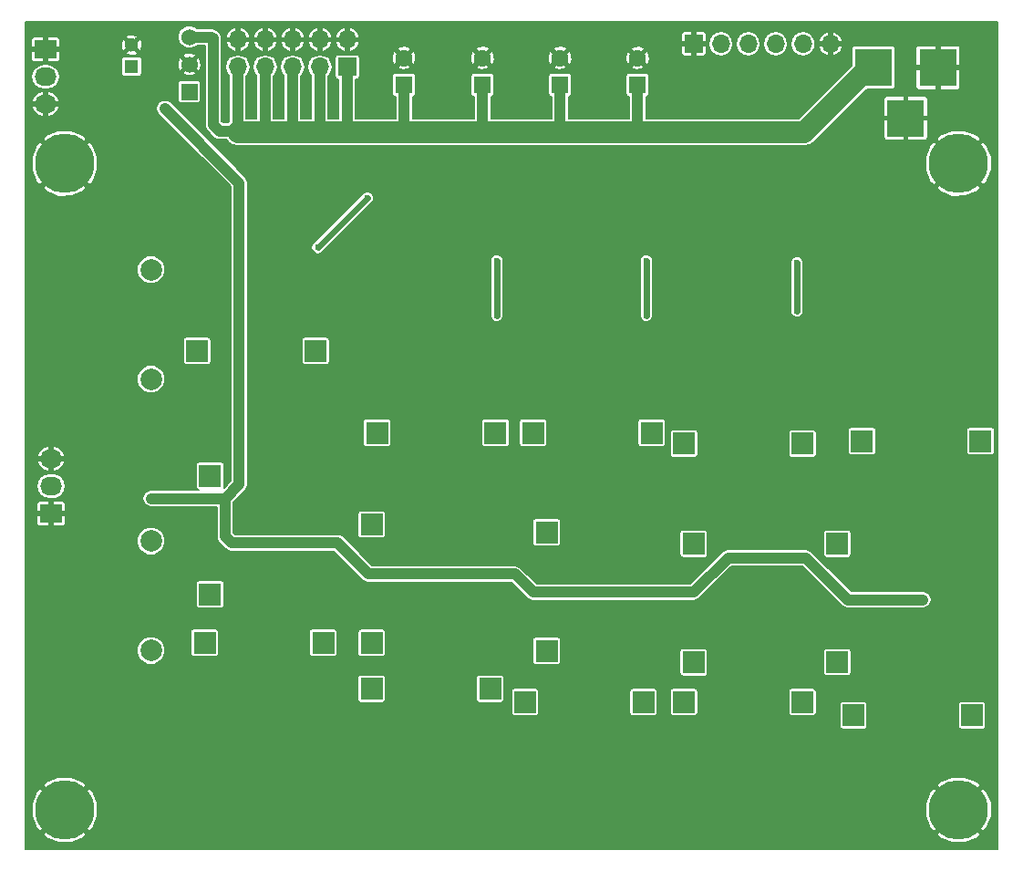
<source format=gbl>
G04 #@! TF.FileFunction,Copper,L2,Bot,Signal*
%FSLAX46Y46*%
G04 Gerber Fmt 4.6, Leading zero omitted, Abs format (unit mm)*
G04 Created by KiCad (PCBNEW 4.0.3+e1-6302~38~ubuntu14.04.1-stable) date Mon Jan 30 16:46:43 2017*
%MOMM*%
%LPD*%
G01*
G04 APERTURE LIST*
%ADD10C,0.100000*%
%ADD11R,3.500120X3.500120*%
%ADD12R,2.032000X1.727200*%
%ADD13O,2.032000X1.727200*%
%ADD14C,5.500000*%
%ADD15R,1.998980X1.998980*%
%ADD16R,1.700000X1.700000*%
%ADD17O,1.700000X1.700000*%
%ADD18C,1.998980*%
%ADD19C,1.524000*%
%ADD20R,1.524000X1.524000*%
%ADD21R,1.300000X1.300000*%
%ADD22C,1.300000*%
%ADD23R,1.600000X1.600000*%
%ADD24C,1.600000*%
%ADD25C,0.600000*%
%ADD26C,0.600000*%
%ADD27C,0.400000*%
%ADD28C,1.000000*%
%ADD29C,2.000000*%
%ADD30C,0.200000*%
G04 APERTURE END LIST*
D10*
D11*
X133099860Y-25100000D03*
X139099340Y-25100000D03*
X136099600Y-29799000D03*
D12*
X56220000Y-23410000D03*
D13*
X56220000Y-25950000D03*
X56220000Y-28490000D03*
D14*
X141000000Y-34000000D03*
X58000000Y-34000000D03*
X58000000Y-94000000D03*
X141000000Y-94000000D03*
D15*
X71500000Y-74001640D03*
X71500000Y-62998360D03*
X82001640Y-78500000D03*
X70998360Y-78500000D03*
X81301640Y-51400000D03*
X70298360Y-51400000D03*
X86500000Y-78501640D03*
X86500000Y-67498360D03*
X97501640Y-82750000D03*
X86498360Y-82750000D03*
X98001640Y-59000000D03*
X86998360Y-59000000D03*
X102750000Y-79251640D03*
X102750000Y-68248360D03*
X111751640Y-84000000D03*
X100748360Y-84000000D03*
X112501640Y-59000000D03*
X101498360Y-59000000D03*
X116400000Y-80301640D03*
X116400000Y-69298360D03*
X126501640Y-84000000D03*
X115498360Y-84000000D03*
X126501640Y-60000000D03*
X115498360Y-60000000D03*
X129730000Y-80291640D03*
X129730000Y-69288360D03*
X142241640Y-85220000D03*
X131238360Y-85220000D03*
X143041640Y-59780000D03*
X132038360Y-59780000D03*
D16*
X116400000Y-22900000D03*
D17*
X118940000Y-22900000D03*
X121480000Y-22900000D03*
X124020000Y-22900000D03*
X126560000Y-22900000D03*
X129100000Y-22900000D03*
D18*
X66000000Y-79200000D03*
X66000000Y-69040000D03*
X66000000Y-54000000D03*
X66000000Y-43840000D03*
D19*
X69570000Y-24790000D03*
X69570000Y-22250000D03*
D20*
X69570000Y-27330000D03*
D21*
X64220000Y-25000000D03*
D22*
X64220000Y-23000000D03*
D23*
X96800000Y-26700000D03*
D24*
X96800000Y-24200000D03*
D23*
X89500000Y-26700000D03*
D24*
X89500000Y-24200000D03*
D23*
X111200000Y-26700000D03*
D24*
X111200000Y-24200000D03*
D23*
X104000000Y-26700000D03*
D24*
X104000000Y-24200000D03*
D16*
X84240000Y-25030000D03*
D17*
X84240000Y-22490000D03*
X81700000Y-25030000D03*
X81700000Y-22490000D03*
X79160000Y-25030000D03*
X79160000Y-22490000D03*
X76620000Y-25030000D03*
X76620000Y-22490000D03*
X74080000Y-25030000D03*
X74080000Y-22490000D03*
D12*
X56750000Y-66500000D03*
D13*
X56750000Y-63960000D03*
X56750000Y-61420000D03*
D25*
X63300000Y-46500000D03*
X68300000Y-48050000D03*
X68350000Y-43700000D03*
X68300000Y-39650000D03*
X72650000Y-37900000D03*
X86600000Y-39400000D03*
X84100000Y-36950000D03*
X81900000Y-34500000D03*
X78550000Y-37900000D03*
X78550000Y-41250000D03*
X78550000Y-44050000D03*
X78950000Y-46600000D03*
X134400000Y-50600000D03*
X139850000Y-47150000D03*
X137450000Y-45200000D03*
X133750000Y-43300000D03*
X128400000Y-43300000D03*
X128250000Y-50900000D03*
X128300000Y-54800000D03*
X143850000Y-48850000D03*
X143850000Y-57350000D03*
X143850000Y-53550000D03*
X140300000Y-49950000D03*
X136800000Y-54050000D03*
X140300000Y-53550000D03*
X140250000Y-56850000D03*
X135050000Y-62800000D03*
X140150000Y-65200000D03*
X135600000Y-66550000D03*
X133300000Y-72250000D03*
X133450000Y-68800000D03*
X138900000Y-70600000D03*
X140750000Y-74250000D03*
X144100000Y-65100000D03*
X144050000Y-70450000D03*
X144000000Y-74250000D03*
X133450000Y-78700000D03*
X132050000Y-82450000D03*
X136050000Y-82450000D03*
X140150000Y-82450000D03*
X136050000Y-78600000D03*
X140150000Y-78600000D03*
X144050000Y-78600000D03*
X144050000Y-82100000D03*
X142750000Y-89900000D03*
X139250000Y-87600000D03*
X125350000Y-93300000D03*
X132950000Y-93400000D03*
X131000000Y-87550000D03*
X137600000Y-91200000D03*
X126850000Y-87850000D03*
X127150000Y-90550000D03*
X119700000Y-93600000D03*
X124700000Y-56500000D03*
X118650000Y-62650000D03*
X121150000Y-58100000D03*
X123100000Y-50500000D03*
X124700000Y-52850000D03*
X131700000Y-66650000D03*
X131850000Y-63350000D03*
X128250000Y-61600000D03*
X128350000Y-66600000D03*
X124650000Y-66750000D03*
X121350000Y-66000000D03*
X105950000Y-93050000D03*
X106100000Y-86450000D03*
X110850000Y-90400000D03*
X113600000Y-93800000D03*
X113600000Y-90300000D03*
X113600000Y-87050000D03*
X109500000Y-87050000D03*
X118650000Y-66000000D03*
X118750000Y-69250000D03*
X124600000Y-78900000D03*
X123100000Y-81000000D03*
X119600000Y-80450000D03*
X119600000Y-76500000D03*
X119600000Y-72700000D03*
X122800000Y-47400000D03*
X116150000Y-43450000D03*
X119500000Y-43450000D03*
X122800000Y-43450000D03*
X117700000Y-50400000D03*
X116500000Y-47400000D03*
X114600000Y-62150000D03*
X96400000Y-86050000D03*
X96400000Y-88900000D03*
X89050000Y-85200000D03*
X98400000Y-85200000D03*
X99700000Y-90000000D03*
X97300000Y-93700000D03*
X92500000Y-93750000D03*
X93950000Y-90200000D03*
X93950000Y-85200000D03*
X89050000Y-87750000D03*
X77700000Y-92550000D03*
X81900000Y-93800000D03*
X81900000Y-90050000D03*
X83650000Y-85950000D03*
X82300000Y-80850000D03*
X106050000Y-77350000D03*
X106100000Y-80600000D03*
X103300000Y-81150000D03*
X95200000Y-69700000D03*
X89350000Y-73850000D03*
X93850000Y-76650000D03*
X89900000Y-76750000D03*
X89800000Y-80550000D03*
X93550000Y-80650000D03*
X99550000Y-79850000D03*
X99550000Y-74950000D03*
X99550000Y-70350000D03*
X99550000Y-61350000D03*
X99550000Y-66600000D03*
X93400000Y-66600000D03*
X89950000Y-63500000D03*
X109850000Y-55600000D03*
X105850000Y-69050000D03*
X109800000Y-68800000D03*
X109800000Y-66000000D03*
X106000000Y-65650000D03*
X105150000Y-61150000D03*
X109200000Y-61150000D03*
X109650000Y-52000000D03*
X108550000Y-43000000D03*
X109650000Y-47350000D03*
X106150000Y-54450000D03*
X104200000Y-47550000D03*
X104200000Y-52150000D03*
X93050000Y-43000000D03*
X83400000Y-47350000D03*
X83400000Y-43000000D03*
X88350000Y-43000000D03*
X104200000Y-43000000D03*
X100400000Y-43000000D03*
X99200000Y-57000000D03*
X99150000Y-53750000D03*
X99550000Y-47400000D03*
X91150000Y-56950000D03*
X95400000Y-54200000D03*
X95350000Y-51150000D03*
X93050000Y-47350000D03*
X85000000Y-63250000D03*
X85000000Y-59150000D03*
X88500000Y-47350000D03*
X88500000Y-50900000D03*
X85000000Y-65750000D03*
X81300000Y-67050000D03*
X81350000Y-59050000D03*
X81300000Y-63250000D03*
X77100000Y-63250000D03*
X77150000Y-59100000D03*
X77150000Y-54650000D03*
X62400000Y-58250000D03*
X63300000Y-52850000D03*
X68150000Y-52850000D03*
X68200000Y-56450000D03*
X69550000Y-59700000D03*
X75150000Y-80900000D03*
X72750000Y-82100000D03*
X70150000Y-80650000D03*
X68050000Y-71400000D03*
X68050000Y-67150000D03*
X68050000Y-62700000D03*
X62600000Y-62700000D03*
X62600000Y-68000000D03*
X62600000Y-73600000D03*
X62600000Y-78700000D03*
X62600000Y-83400000D03*
X64350000Y-87400000D03*
X62400000Y-93650000D03*
X66250000Y-93700000D03*
X70450000Y-93700000D03*
X70450000Y-89900000D03*
X71550000Y-87100000D03*
X68950000Y-84500000D03*
X78550000Y-76000000D03*
X75150000Y-74600000D03*
X75150000Y-71050000D03*
X67300000Y-28900000D03*
X137700000Y-74500000D03*
X122500000Y-70600000D03*
X108400000Y-73800000D03*
X92300000Y-72100000D03*
X66000000Y-65100000D03*
X77400000Y-69200000D03*
X81500000Y-41800000D03*
X86100000Y-37200000D03*
X98100000Y-48100000D03*
X98100000Y-43000000D03*
X112000000Y-43000000D03*
X112000000Y-48100000D03*
X126000000Y-43200000D03*
X126000000Y-47700000D03*
D26*
X68300000Y-43750000D02*
X68300000Y-48050000D01*
X68350000Y-43700000D02*
X68300000Y-43750000D01*
X68300000Y-37950000D02*
X68300000Y-39650000D01*
X68350000Y-37900000D02*
X68300000Y-37950000D01*
X72650000Y-37900000D02*
X68350000Y-37900000D01*
X88350000Y-43000000D02*
X88350000Y-41150000D01*
X88350000Y-41150000D02*
X86600000Y-39400000D01*
X83400000Y-47350000D02*
X79700000Y-47350000D01*
X81900000Y-34550000D02*
X81900000Y-34500000D01*
X78550000Y-37900000D02*
X81900000Y-34550000D01*
X78550000Y-44050000D02*
X78550000Y-41250000D01*
X79700000Y-47350000D02*
X78950000Y-46600000D01*
X134400000Y-50600000D02*
X134400000Y-49300000D01*
X135650000Y-45200000D02*
X137450000Y-45200000D01*
X133750000Y-43300000D02*
X135650000Y-45200000D01*
X134400000Y-49300000D02*
X128400000Y-43300000D01*
X128250000Y-50900000D02*
X128250000Y-54750000D01*
X128550000Y-50600000D02*
X128250000Y-50900000D01*
X140300000Y-49950000D02*
X135050000Y-49950000D01*
X135050000Y-49950000D02*
X134400000Y-50600000D01*
X134400000Y-50600000D02*
X128550000Y-50600000D01*
X128250000Y-54750000D02*
X128300000Y-54800000D01*
X143850000Y-53550000D02*
X143850000Y-48850000D01*
X140300000Y-53550000D02*
X143850000Y-53550000D01*
X140300000Y-49950000D02*
X140300000Y-50000000D01*
X135050000Y-62800000D02*
X135050000Y-62050000D01*
X139800000Y-54050000D02*
X136800000Y-54050000D01*
X140300000Y-53550000D02*
X139800000Y-54050000D01*
X135050000Y-62050000D02*
X140250000Y-56850000D01*
X135050000Y-62800000D02*
X135000000Y-62850000D01*
X136950000Y-65200000D02*
X140150000Y-65200000D01*
X135600000Y-66550000D02*
X136950000Y-65200000D01*
X140750000Y-74250000D02*
X144000000Y-74250000D01*
X133300000Y-72250000D02*
X133450000Y-72100000D01*
X133450000Y-72100000D02*
X133450000Y-68800000D01*
X138900000Y-70600000D02*
X140750000Y-72450000D01*
X140750000Y-72450000D02*
X140750000Y-74250000D01*
X144100000Y-70400000D02*
X144100000Y-65100000D01*
X144050000Y-70450000D02*
X144100000Y-70400000D01*
X140150000Y-78600000D02*
X140150000Y-82450000D01*
X133750000Y-78400000D02*
X133750000Y-76250000D01*
X133450000Y-78700000D02*
X133750000Y-78400000D01*
X136050000Y-82450000D02*
X132050000Y-82450000D01*
X134175000Y-87775000D02*
X139075000Y-87775000D01*
X144050000Y-78600000D02*
X140150000Y-78600000D01*
X144050000Y-88600000D02*
X144050000Y-82100000D01*
X142750000Y-89900000D02*
X144050000Y-88600000D01*
X139075000Y-87775000D02*
X139250000Y-87600000D01*
X125350000Y-93300000D02*
X125450000Y-93400000D01*
X125450000Y-93400000D02*
X132950000Y-93400000D01*
X133950000Y-87550000D02*
X131000000Y-87550000D01*
X137600000Y-91200000D02*
X134175000Y-87775000D01*
X134175000Y-87775000D02*
X133950000Y-87550000D01*
X126850000Y-90250000D02*
X126850000Y-87850000D01*
X127150000Y-90550000D02*
X126850000Y-90250000D01*
X113600000Y-93800000D02*
X119500000Y-93800000D01*
X119500000Y-93800000D02*
X119700000Y-93600000D01*
X122750000Y-58100000D02*
X124350000Y-56500000D01*
X124350000Y-56500000D02*
X124700000Y-56500000D01*
X118650000Y-62650000D02*
X118650000Y-60600000D01*
X118650000Y-60600000D02*
X121150000Y-58100000D01*
X121150000Y-58100000D02*
X122750000Y-58100000D01*
X124700000Y-56500000D02*
X124700000Y-52850000D01*
X118650000Y-66000000D02*
X121350000Y-66000000D01*
X131700000Y-66650000D02*
X131700000Y-66600000D01*
X131850000Y-61950000D02*
X131850000Y-63350000D01*
X131500000Y-61600000D02*
X131850000Y-61950000D01*
X128250000Y-61600000D02*
X131500000Y-61600000D01*
X124800000Y-66600000D02*
X128350000Y-66600000D01*
X124650000Y-66750000D02*
X124800000Y-66600000D01*
X106100000Y-86450000D02*
X108900000Y-86450000D01*
X106100000Y-80600000D02*
X106100000Y-86450000D01*
X110850000Y-91050000D02*
X110850000Y-90400000D01*
X113600000Y-93800000D02*
X110850000Y-91050000D01*
X113600000Y-87050000D02*
X113600000Y-90300000D01*
X108900000Y-86450000D02*
X109500000Y-87050000D01*
X124600000Y-78900000D02*
X124550000Y-78950000D01*
X120150000Y-81000000D02*
X123100000Y-81000000D01*
X119600000Y-80450000D02*
X120150000Y-81000000D01*
X119600000Y-72700000D02*
X119600000Y-76500000D01*
X122800000Y-47400000D02*
X122800000Y-43450000D01*
X119500000Y-43450000D02*
X116150000Y-43450000D01*
X116500000Y-47400000D02*
X122800000Y-47400000D01*
X122800000Y-47400000D02*
X122850000Y-47450000D01*
X109650000Y-47350000D02*
X109650000Y-47950000D01*
X114300000Y-49600000D02*
X116500000Y-47400000D01*
X111300000Y-49600000D02*
X114300000Y-49600000D01*
X109650000Y-47950000D02*
X111300000Y-49600000D01*
X118650000Y-62650000D02*
X115100000Y-62650000D01*
X118650000Y-66000000D02*
X118650000Y-62650000D01*
X115100000Y-62650000D02*
X114600000Y-62150000D01*
X109800000Y-66000000D02*
X118650000Y-66000000D01*
X99700000Y-90000000D02*
X97500000Y-90000000D01*
X96400000Y-86050000D02*
X96400000Y-86100000D01*
X97500000Y-90000000D02*
X96400000Y-88900000D01*
X89050000Y-85200000D02*
X93950000Y-85200000D01*
X99700000Y-91300000D02*
X99700000Y-90000000D01*
X97300000Y-93700000D02*
X99700000Y-91300000D01*
X92500000Y-91650000D02*
X92500000Y-93750000D01*
X93950000Y-90200000D02*
X92500000Y-91650000D01*
X89050000Y-87750000D02*
X89050000Y-85200000D01*
X88300000Y-85950000D02*
X89050000Y-85200000D01*
X88300000Y-85950000D02*
X83650000Y-85950000D01*
X81900000Y-93800000D02*
X78950000Y-93800000D01*
X78950000Y-93800000D02*
X77700000Y-92550000D01*
X81900000Y-90050000D02*
X81900000Y-93800000D01*
X83650000Y-82200000D02*
X83650000Y-85950000D01*
X82300000Y-80850000D02*
X83650000Y-82200000D01*
X99550000Y-79850000D02*
X99600000Y-79850000D01*
X106050000Y-80550000D02*
X106050000Y-77350000D01*
X106100000Y-80600000D02*
X106050000Y-80550000D01*
X100900000Y-81150000D02*
X103300000Y-81150000D01*
X99600000Y-79850000D02*
X100900000Y-81150000D01*
X89900000Y-76750000D02*
X89900000Y-74400000D01*
X89900000Y-74400000D02*
X89350000Y-73850000D01*
X99550000Y-79850000D02*
X94350000Y-79850000D01*
X89900000Y-80450000D02*
X89900000Y-76750000D01*
X89800000Y-80550000D02*
X89900000Y-80450000D01*
X94350000Y-79850000D02*
X93550000Y-80650000D01*
X99550000Y-74950000D02*
X99550000Y-79850000D01*
X99550000Y-66600000D02*
X99550000Y-70350000D01*
X85000000Y-63250000D02*
X89700000Y-63250000D01*
X99550000Y-61350000D02*
X99500000Y-61350000D01*
X93400000Y-66600000D02*
X99550000Y-66600000D01*
X89700000Y-63250000D02*
X89950000Y-63500000D01*
X109850000Y-55600000D02*
X109850000Y-60500000D01*
X105850000Y-69050000D02*
X105850000Y-69000000D01*
X109800000Y-66000000D02*
X109800000Y-68800000D01*
X106000000Y-62000000D02*
X106000000Y-65650000D01*
X105150000Y-61150000D02*
X106000000Y-62000000D01*
X109850000Y-60500000D02*
X109200000Y-61150000D01*
X109650000Y-52000000D02*
X109650000Y-53450000D01*
X108550000Y-43000000D02*
X108550000Y-46250000D01*
X104200000Y-43000000D02*
X108550000Y-43000000D01*
X108550000Y-46250000D02*
X109650000Y-47350000D01*
X108650000Y-54450000D02*
X106150000Y-54450000D01*
X109650000Y-53450000D02*
X108650000Y-54450000D01*
X104200000Y-52150000D02*
X104200000Y-47550000D01*
X104200000Y-47550000D02*
X104200000Y-43000000D01*
X93050000Y-43000000D02*
X95650000Y-43000000D01*
X88350000Y-43000000D02*
X83400000Y-43000000D01*
X88500000Y-47350000D02*
X83400000Y-47350000D01*
X98950000Y-41550000D02*
X100400000Y-43000000D01*
X97100000Y-41550000D02*
X98950000Y-41550000D01*
X95650000Y-43000000D02*
X97100000Y-41550000D01*
X95350000Y-51150000D02*
X97400000Y-51150000D01*
X99200000Y-53800000D02*
X99200000Y-57000000D01*
X99150000Y-53750000D02*
X99200000Y-53800000D01*
X99550000Y-49000000D02*
X99550000Y-47400000D01*
X97400000Y-51150000D02*
X99550000Y-49000000D01*
X88500000Y-47350000D02*
X93050000Y-47350000D01*
X95400000Y-51200000D02*
X95400000Y-54200000D01*
X95350000Y-51150000D02*
X95400000Y-51200000D01*
X85000000Y-59150000D02*
X85000000Y-56350000D01*
X88500000Y-47350000D02*
X88450000Y-47400000D01*
X88500000Y-52850000D02*
X88500000Y-50900000D01*
X85000000Y-56350000D02*
X88500000Y-52850000D01*
X85000000Y-63250000D02*
X85000000Y-65750000D01*
X81300000Y-63250000D02*
X85000000Y-63250000D01*
X81300000Y-63250000D02*
X81300000Y-67050000D01*
X77100000Y-63250000D02*
X81300000Y-63250000D01*
X77150000Y-54650000D02*
X77150000Y-59100000D01*
X62400000Y-58250000D02*
X62400000Y-58300000D01*
X64600000Y-51550000D02*
X63300000Y-52850000D01*
X66850000Y-51550000D02*
X64600000Y-51550000D01*
X68150000Y-52850000D02*
X66850000Y-51550000D01*
X68200000Y-58350000D02*
X68200000Y-56450000D01*
X69550000Y-59700000D02*
X68200000Y-58350000D01*
X70150000Y-80650000D02*
X70150000Y-83300000D01*
X72750000Y-82100000D02*
X71300000Y-80650000D01*
X71300000Y-80650000D02*
X70150000Y-80650000D01*
X75150000Y-74600000D02*
X75150000Y-80900000D01*
X68050000Y-67150000D02*
X68050000Y-71400000D01*
X62600000Y-62700000D02*
X68050000Y-62700000D01*
X62600000Y-73600000D02*
X62600000Y-68000000D01*
X62600000Y-83400000D02*
X62600000Y-78700000D01*
X64350000Y-91700000D02*
X64350000Y-87400000D01*
X62400000Y-93650000D02*
X64350000Y-91700000D01*
X70450000Y-93700000D02*
X66250000Y-93700000D01*
X70450000Y-88200000D02*
X70450000Y-89900000D01*
X71550000Y-87100000D02*
X70450000Y-88200000D01*
X70150000Y-83300000D02*
X68950000Y-84500000D01*
X78550000Y-76000000D02*
X78550000Y-75850000D01*
X75150000Y-71050000D02*
X75150000Y-74600000D01*
D27*
X58000000Y-34500000D02*
X58000000Y-34000000D01*
D28*
X74080000Y-31000000D02*
X72400000Y-31000000D01*
X71650000Y-22250000D02*
X69570000Y-22250000D01*
X71800000Y-22400000D02*
X71650000Y-22250000D01*
X71800000Y-30400000D02*
X71800000Y-22400000D01*
X72400000Y-31000000D02*
X71800000Y-30400000D01*
X104000000Y-26700000D02*
X104000000Y-31100000D01*
X111200000Y-26700000D02*
X111200000Y-31100000D01*
X96800000Y-26700000D02*
X96800000Y-31100000D01*
X89500000Y-26700000D02*
X89500000Y-31100000D01*
X84240000Y-25030000D02*
X84240000Y-31100000D01*
X81700000Y-25030000D02*
X81700000Y-31100000D01*
X79160000Y-25030000D02*
X79160000Y-31100000D01*
X79160000Y-31100000D02*
X79100000Y-31100000D01*
X76620000Y-25030000D02*
X76620000Y-31100000D01*
X76620000Y-31100000D02*
X76700000Y-31100000D01*
X74080000Y-25030000D02*
X74080000Y-31000000D01*
X74080000Y-31000000D02*
X74080000Y-31080000D01*
X74080000Y-31080000D02*
X74100000Y-31100000D01*
D29*
X133099860Y-25100000D02*
X132700000Y-25100000D01*
X132700000Y-25100000D02*
X126700000Y-31100000D01*
X126700000Y-31100000D02*
X111200000Y-31100000D01*
X111200000Y-31100000D02*
X104000000Y-31100000D01*
X104000000Y-31100000D02*
X96800000Y-31100000D01*
X96800000Y-31100000D02*
X89500000Y-31100000D01*
X89500000Y-31100000D02*
X84240000Y-31100000D01*
X84240000Y-31100000D02*
X84100000Y-31100000D01*
X84100000Y-31100000D02*
X81700000Y-31100000D01*
X81700000Y-31100000D02*
X79100000Y-31100000D01*
X79100000Y-31100000D02*
X76700000Y-31100000D01*
X76700000Y-31100000D02*
X76600000Y-31100000D01*
X76600000Y-31100000D02*
X74100000Y-31100000D01*
D28*
X72900000Y-65500000D02*
X72900000Y-65100000D01*
X74200000Y-35800000D02*
X67300000Y-28900000D01*
X74200000Y-63800000D02*
X74200000Y-35800000D01*
X72900000Y-65100000D02*
X74200000Y-63800000D01*
X122500000Y-70600000D02*
X126800000Y-70600000D01*
X130700000Y-74500000D02*
X137700000Y-74500000D01*
X126800000Y-70600000D02*
X130700000Y-74500000D01*
X108400000Y-73800000D02*
X116400000Y-73800000D01*
X119600000Y-70600000D02*
X122500000Y-70600000D01*
X116400000Y-73800000D02*
X119600000Y-70600000D01*
X92300000Y-72100000D02*
X99800000Y-72100000D01*
X101500000Y-73800000D02*
X108400000Y-73800000D01*
X99800000Y-72100000D02*
X101500000Y-73800000D01*
X77400000Y-69200000D02*
X83300000Y-69200000D01*
X86200000Y-72100000D02*
X92300000Y-72100000D01*
X83300000Y-69200000D02*
X86200000Y-72100000D01*
X77400000Y-69200000D02*
X73500000Y-69200000D01*
X72900000Y-68600000D02*
X73500000Y-69200000D01*
X72900000Y-65500000D02*
X72900000Y-68600000D01*
X72500000Y-65100000D02*
X72900000Y-65500000D01*
X72500000Y-65100000D02*
X66000000Y-65100000D01*
D26*
X86100000Y-37200000D02*
X81500000Y-41800000D01*
X98100000Y-43000000D02*
X98100000Y-48100000D01*
X112000000Y-48100000D02*
X112000000Y-43000000D01*
X126000000Y-47700000D02*
X126000000Y-43200000D01*
D30*
G36*
X144650000Y-97650000D02*
X54350000Y-97650000D01*
X54350000Y-96260571D01*
X55952268Y-96260571D01*
X56284031Y-96617873D01*
X57416469Y-97075272D01*
X58637742Y-97064489D01*
X59715969Y-96617873D01*
X60047732Y-96260571D01*
X138952268Y-96260571D01*
X139284031Y-96617873D01*
X140416469Y-97075272D01*
X141637742Y-97064489D01*
X142715969Y-96617873D01*
X143047732Y-96260571D01*
X141000000Y-94212839D01*
X138952268Y-96260571D01*
X60047732Y-96260571D01*
X58000000Y-94212839D01*
X55952268Y-96260571D01*
X54350000Y-96260571D01*
X54350000Y-93416469D01*
X54924728Y-93416469D01*
X54935511Y-94637742D01*
X55382127Y-95715969D01*
X55739429Y-96047732D01*
X57787161Y-94000000D01*
X58212839Y-94000000D01*
X60260571Y-96047732D01*
X60617873Y-95715969D01*
X61075272Y-94583531D01*
X61064968Y-93416469D01*
X137924728Y-93416469D01*
X137935511Y-94637742D01*
X138382127Y-95715969D01*
X138739429Y-96047732D01*
X140787161Y-94000000D01*
X141212839Y-94000000D01*
X143260571Y-96047732D01*
X143617873Y-95715969D01*
X144075272Y-94583531D01*
X144064489Y-93362258D01*
X143617873Y-92284031D01*
X143260571Y-91952268D01*
X141212839Y-94000000D01*
X140787161Y-94000000D01*
X138739429Y-91952268D01*
X138382127Y-92284031D01*
X137924728Y-93416469D01*
X61064968Y-93416469D01*
X61064489Y-93362258D01*
X60617873Y-92284031D01*
X60260571Y-91952268D01*
X58212839Y-94000000D01*
X57787161Y-94000000D01*
X55739429Y-91952268D01*
X55382127Y-92284031D01*
X54924728Y-93416469D01*
X54350000Y-93416469D01*
X54350000Y-91739429D01*
X55952268Y-91739429D01*
X58000000Y-93787161D01*
X60047732Y-91739429D01*
X138952268Y-91739429D01*
X141000000Y-93787161D01*
X143047732Y-91739429D01*
X142715969Y-91382127D01*
X141583531Y-90924728D01*
X140362258Y-90935511D01*
X139284031Y-91382127D01*
X138952268Y-91739429D01*
X60047732Y-91739429D01*
X59715969Y-91382127D01*
X58583531Y-90924728D01*
X57362258Y-90935511D01*
X56284031Y-91382127D01*
X55952268Y-91739429D01*
X54350000Y-91739429D01*
X54350000Y-81750510D01*
X85192993Y-81750510D01*
X85192993Y-83749490D01*
X85213912Y-83860663D01*
X85279615Y-83962769D01*
X85379867Y-84031268D01*
X85498870Y-84055367D01*
X87497850Y-84055367D01*
X87609023Y-84034448D01*
X87711129Y-83968745D01*
X87779628Y-83868493D01*
X87803727Y-83749490D01*
X87803727Y-81750510D01*
X96196273Y-81750510D01*
X96196273Y-83749490D01*
X96217192Y-83860663D01*
X96282895Y-83962769D01*
X96383147Y-84031268D01*
X96502150Y-84055367D01*
X98501130Y-84055367D01*
X98612303Y-84034448D01*
X98714409Y-83968745D01*
X98782908Y-83868493D01*
X98807007Y-83749490D01*
X98807007Y-83000510D01*
X99442993Y-83000510D01*
X99442993Y-84999490D01*
X99463912Y-85110663D01*
X99529615Y-85212769D01*
X99629867Y-85281268D01*
X99748870Y-85305367D01*
X101747850Y-85305367D01*
X101859023Y-85284448D01*
X101961129Y-85218745D01*
X102029628Y-85118493D01*
X102053727Y-84999490D01*
X102053727Y-83000510D01*
X110446273Y-83000510D01*
X110446273Y-84999490D01*
X110467192Y-85110663D01*
X110532895Y-85212769D01*
X110633147Y-85281268D01*
X110752150Y-85305367D01*
X112751130Y-85305367D01*
X112862303Y-85284448D01*
X112964409Y-85218745D01*
X113032908Y-85118493D01*
X113057007Y-84999490D01*
X113057007Y-83000510D01*
X114192993Y-83000510D01*
X114192993Y-84999490D01*
X114213912Y-85110663D01*
X114279615Y-85212769D01*
X114379867Y-85281268D01*
X114498870Y-85305367D01*
X116497850Y-85305367D01*
X116609023Y-85284448D01*
X116711129Y-85218745D01*
X116779628Y-85118493D01*
X116803727Y-84999490D01*
X116803727Y-83000510D01*
X125196273Y-83000510D01*
X125196273Y-84999490D01*
X125217192Y-85110663D01*
X125282895Y-85212769D01*
X125383147Y-85281268D01*
X125502150Y-85305367D01*
X127501130Y-85305367D01*
X127612303Y-85284448D01*
X127714409Y-85218745D01*
X127782908Y-85118493D01*
X127807007Y-84999490D01*
X127807007Y-84220510D01*
X129932993Y-84220510D01*
X129932993Y-86219490D01*
X129953912Y-86330663D01*
X130019615Y-86432769D01*
X130119867Y-86501268D01*
X130238870Y-86525367D01*
X132237850Y-86525367D01*
X132349023Y-86504448D01*
X132451129Y-86438745D01*
X132519628Y-86338493D01*
X132543727Y-86219490D01*
X132543727Y-84220510D01*
X140936273Y-84220510D01*
X140936273Y-86219490D01*
X140957192Y-86330663D01*
X141022895Y-86432769D01*
X141123147Y-86501268D01*
X141242150Y-86525367D01*
X143241130Y-86525367D01*
X143352303Y-86504448D01*
X143454409Y-86438745D01*
X143522908Y-86338493D01*
X143547007Y-86219490D01*
X143547007Y-84220510D01*
X143526088Y-84109337D01*
X143460385Y-84007231D01*
X143360133Y-83938732D01*
X143241130Y-83914633D01*
X141242150Y-83914633D01*
X141130977Y-83935552D01*
X141028871Y-84001255D01*
X140960372Y-84101507D01*
X140936273Y-84220510D01*
X132543727Y-84220510D01*
X132522808Y-84109337D01*
X132457105Y-84007231D01*
X132356853Y-83938732D01*
X132237850Y-83914633D01*
X130238870Y-83914633D01*
X130127697Y-83935552D01*
X130025591Y-84001255D01*
X129957092Y-84101507D01*
X129932993Y-84220510D01*
X127807007Y-84220510D01*
X127807007Y-83000510D01*
X127786088Y-82889337D01*
X127720385Y-82787231D01*
X127620133Y-82718732D01*
X127501130Y-82694633D01*
X125502150Y-82694633D01*
X125390977Y-82715552D01*
X125288871Y-82781255D01*
X125220372Y-82881507D01*
X125196273Y-83000510D01*
X116803727Y-83000510D01*
X116782808Y-82889337D01*
X116717105Y-82787231D01*
X116616853Y-82718732D01*
X116497850Y-82694633D01*
X114498870Y-82694633D01*
X114387697Y-82715552D01*
X114285591Y-82781255D01*
X114217092Y-82881507D01*
X114192993Y-83000510D01*
X113057007Y-83000510D01*
X113036088Y-82889337D01*
X112970385Y-82787231D01*
X112870133Y-82718732D01*
X112751130Y-82694633D01*
X110752150Y-82694633D01*
X110640977Y-82715552D01*
X110538871Y-82781255D01*
X110470372Y-82881507D01*
X110446273Y-83000510D01*
X102053727Y-83000510D01*
X102032808Y-82889337D01*
X101967105Y-82787231D01*
X101866853Y-82718732D01*
X101747850Y-82694633D01*
X99748870Y-82694633D01*
X99637697Y-82715552D01*
X99535591Y-82781255D01*
X99467092Y-82881507D01*
X99442993Y-83000510D01*
X98807007Y-83000510D01*
X98807007Y-81750510D01*
X98786088Y-81639337D01*
X98720385Y-81537231D01*
X98620133Y-81468732D01*
X98501130Y-81444633D01*
X96502150Y-81444633D01*
X96390977Y-81465552D01*
X96288871Y-81531255D01*
X96220372Y-81631507D01*
X96196273Y-81750510D01*
X87803727Y-81750510D01*
X87782808Y-81639337D01*
X87717105Y-81537231D01*
X87616853Y-81468732D01*
X87497850Y-81444633D01*
X85498870Y-81444633D01*
X85387697Y-81465552D01*
X85285591Y-81531255D01*
X85217092Y-81631507D01*
X85192993Y-81750510D01*
X54350000Y-81750510D01*
X54350000Y-79457351D01*
X64700284Y-79457351D01*
X64897703Y-79935141D01*
X65262937Y-80301012D01*
X65740381Y-80499264D01*
X66257351Y-80499716D01*
X66735141Y-80302297D01*
X67101012Y-79937063D01*
X67299264Y-79459619D01*
X67299716Y-78942649D01*
X67102297Y-78464859D01*
X66737063Y-78098988D01*
X66259619Y-77900736D01*
X65742649Y-77900284D01*
X65264859Y-78097703D01*
X64898988Y-78462937D01*
X64700736Y-78940381D01*
X64700284Y-79457351D01*
X54350000Y-79457351D01*
X54350000Y-77500510D01*
X69692993Y-77500510D01*
X69692993Y-79499490D01*
X69713912Y-79610663D01*
X69779615Y-79712769D01*
X69879867Y-79781268D01*
X69998870Y-79805367D01*
X71997850Y-79805367D01*
X72109023Y-79784448D01*
X72211129Y-79718745D01*
X72279628Y-79618493D01*
X72303727Y-79499490D01*
X72303727Y-77500510D01*
X80696273Y-77500510D01*
X80696273Y-79499490D01*
X80717192Y-79610663D01*
X80782895Y-79712769D01*
X80883147Y-79781268D01*
X81002150Y-79805367D01*
X83001130Y-79805367D01*
X83112303Y-79784448D01*
X83214409Y-79718745D01*
X83282908Y-79618493D01*
X83307007Y-79499490D01*
X83307007Y-77502150D01*
X85194633Y-77502150D01*
X85194633Y-79501130D01*
X85215552Y-79612303D01*
X85281255Y-79714409D01*
X85381507Y-79782908D01*
X85500510Y-79807007D01*
X87499490Y-79807007D01*
X87610663Y-79786088D01*
X87712769Y-79720385D01*
X87781268Y-79620133D01*
X87805367Y-79501130D01*
X87805367Y-78252150D01*
X101444633Y-78252150D01*
X101444633Y-80251130D01*
X101465552Y-80362303D01*
X101531255Y-80464409D01*
X101631507Y-80532908D01*
X101750510Y-80557007D01*
X103749490Y-80557007D01*
X103860663Y-80536088D01*
X103962769Y-80470385D01*
X104031268Y-80370133D01*
X104055367Y-80251130D01*
X104055367Y-79302150D01*
X115094633Y-79302150D01*
X115094633Y-81301130D01*
X115115552Y-81412303D01*
X115181255Y-81514409D01*
X115281507Y-81582908D01*
X115400510Y-81607007D01*
X117399490Y-81607007D01*
X117510663Y-81586088D01*
X117612769Y-81520385D01*
X117681268Y-81420133D01*
X117705367Y-81301130D01*
X117705367Y-79302150D01*
X117703486Y-79292150D01*
X128424633Y-79292150D01*
X128424633Y-81291130D01*
X128445552Y-81402303D01*
X128511255Y-81504409D01*
X128611507Y-81572908D01*
X128730510Y-81597007D01*
X130729490Y-81597007D01*
X130840663Y-81576088D01*
X130942769Y-81510385D01*
X131011268Y-81410133D01*
X131035367Y-81291130D01*
X131035367Y-79292150D01*
X131014448Y-79180977D01*
X130948745Y-79078871D01*
X130848493Y-79010372D01*
X130729490Y-78986273D01*
X128730510Y-78986273D01*
X128619337Y-79007192D01*
X128517231Y-79072895D01*
X128448732Y-79173147D01*
X128424633Y-79292150D01*
X117703486Y-79292150D01*
X117684448Y-79190977D01*
X117618745Y-79088871D01*
X117518493Y-79020372D01*
X117399490Y-78996273D01*
X115400510Y-78996273D01*
X115289337Y-79017192D01*
X115187231Y-79082895D01*
X115118732Y-79183147D01*
X115094633Y-79302150D01*
X104055367Y-79302150D01*
X104055367Y-78252150D01*
X104034448Y-78140977D01*
X103968745Y-78038871D01*
X103868493Y-77970372D01*
X103749490Y-77946273D01*
X101750510Y-77946273D01*
X101639337Y-77967192D01*
X101537231Y-78032895D01*
X101468732Y-78133147D01*
X101444633Y-78252150D01*
X87805367Y-78252150D01*
X87805367Y-77502150D01*
X87784448Y-77390977D01*
X87718745Y-77288871D01*
X87618493Y-77220372D01*
X87499490Y-77196273D01*
X85500510Y-77196273D01*
X85389337Y-77217192D01*
X85287231Y-77282895D01*
X85218732Y-77383147D01*
X85194633Y-77502150D01*
X83307007Y-77502150D01*
X83307007Y-77500510D01*
X83286088Y-77389337D01*
X83220385Y-77287231D01*
X83120133Y-77218732D01*
X83001130Y-77194633D01*
X81002150Y-77194633D01*
X80890977Y-77215552D01*
X80788871Y-77281255D01*
X80720372Y-77381507D01*
X80696273Y-77500510D01*
X72303727Y-77500510D01*
X72282808Y-77389337D01*
X72217105Y-77287231D01*
X72116853Y-77218732D01*
X71997850Y-77194633D01*
X69998870Y-77194633D01*
X69887697Y-77215552D01*
X69785591Y-77281255D01*
X69717092Y-77381507D01*
X69692993Y-77500510D01*
X54350000Y-77500510D01*
X54350000Y-73002150D01*
X70194633Y-73002150D01*
X70194633Y-75001130D01*
X70215552Y-75112303D01*
X70281255Y-75214409D01*
X70381507Y-75282908D01*
X70500510Y-75307007D01*
X72499490Y-75307007D01*
X72610663Y-75286088D01*
X72712769Y-75220385D01*
X72781268Y-75120133D01*
X72805367Y-75001130D01*
X72805367Y-73002150D01*
X72784448Y-72890977D01*
X72718745Y-72788871D01*
X72618493Y-72720372D01*
X72499490Y-72696273D01*
X70500510Y-72696273D01*
X70389337Y-72717192D01*
X70287231Y-72782895D01*
X70218732Y-72883147D01*
X70194633Y-73002150D01*
X54350000Y-73002150D01*
X54350000Y-69297351D01*
X64700284Y-69297351D01*
X64897703Y-69775141D01*
X65262937Y-70141012D01*
X65740381Y-70339264D01*
X66257351Y-70339716D01*
X66735141Y-70142297D01*
X67101012Y-69777063D01*
X67299264Y-69299619D01*
X67299716Y-68782649D01*
X67102297Y-68304859D01*
X66737063Y-67938988D01*
X66259619Y-67740736D01*
X65742649Y-67740284D01*
X65264859Y-67937703D01*
X64898988Y-68302937D01*
X64700736Y-68780381D01*
X64700284Y-69297351D01*
X54350000Y-69297351D01*
X54350000Y-66730500D01*
X55414000Y-66730500D01*
X55414000Y-67427252D01*
X55462717Y-67544865D01*
X55552735Y-67634883D01*
X55670348Y-67683600D01*
X56519500Y-67683600D01*
X56599500Y-67603600D01*
X56599500Y-66650500D01*
X56900500Y-66650500D01*
X56900500Y-67603600D01*
X56980500Y-67683600D01*
X57829652Y-67683600D01*
X57947265Y-67634883D01*
X58037283Y-67544865D01*
X58086000Y-67427252D01*
X58086000Y-66730500D01*
X58006000Y-66650500D01*
X56900500Y-66650500D01*
X56599500Y-66650500D01*
X55494000Y-66650500D01*
X55414000Y-66730500D01*
X54350000Y-66730500D01*
X54350000Y-65572748D01*
X55414000Y-65572748D01*
X55414000Y-66269500D01*
X55494000Y-66349500D01*
X56599500Y-66349500D01*
X56599500Y-65396400D01*
X56900500Y-65396400D01*
X56900500Y-66349500D01*
X58006000Y-66349500D01*
X58086000Y-66269500D01*
X58086000Y-65572748D01*
X58037283Y-65455135D01*
X57947265Y-65365117D01*
X57829652Y-65316400D01*
X56980500Y-65316400D01*
X56900500Y-65396400D01*
X56599500Y-65396400D01*
X56519500Y-65316400D01*
X55670348Y-65316400D01*
X55552735Y-65365117D01*
X55462717Y-65455135D01*
X55414000Y-65572748D01*
X54350000Y-65572748D01*
X54350000Y-63960000D01*
X55408218Y-63960000D01*
X55496792Y-64405290D01*
X55749029Y-64782789D01*
X56126528Y-65035026D01*
X56571818Y-65123600D01*
X56928182Y-65123600D01*
X57046826Y-65100000D01*
X65200000Y-65100000D01*
X65260896Y-65406147D01*
X65434315Y-65665685D01*
X65693853Y-65839104D01*
X66000000Y-65900000D01*
X72100000Y-65900000D01*
X72100000Y-68600000D01*
X72158451Y-68893853D01*
X72160896Y-68906147D01*
X72334315Y-69165685D01*
X72934314Y-69765685D01*
X72985826Y-69800104D01*
X73193853Y-69939104D01*
X73500000Y-70000000D01*
X82968630Y-70000000D01*
X85634314Y-72665685D01*
X85893853Y-72839104D01*
X86200000Y-72900000D01*
X99468630Y-72900000D01*
X100934315Y-74365685D01*
X101193853Y-74539104D01*
X101500000Y-74600000D01*
X116400000Y-74600000D01*
X116706147Y-74539104D01*
X116965685Y-74365685D01*
X119931371Y-71400000D01*
X126468630Y-71400000D01*
X130134315Y-75065686D01*
X130365838Y-75220385D01*
X130393853Y-75239104D01*
X130700000Y-75300000D01*
X137700000Y-75300000D01*
X138006147Y-75239104D01*
X138265685Y-75065685D01*
X138439104Y-74806147D01*
X138500000Y-74500000D01*
X138439104Y-74193853D01*
X138265685Y-73934315D01*
X138006147Y-73760896D01*
X137700000Y-73700000D01*
X131031371Y-73700000D01*
X127365685Y-70034315D01*
X127106147Y-69860896D01*
X126800000Y-69800000D01*
X119600000Y-69800000D01*
X119293853Y-69860896D01*
X119034314Y-70034315D01*
X116068630Y-73000000D01*
X101831370Y-73000000D01*
X100365685Y-71534315D01*
X100106147Y-71360896D01*
X99800000Y-71300000D01*
X86531371Y-71300000D01*
X83865685Y-68634315D01*
X83606147Y-68460896D01*
X83300000Y-68400000D01*
X73831371Y-68400000D01*
X73700000Y-68268630D01*
X73700000Y-66498870D01*
X85194633Y-66498870D01*
X85194633Y-68497850D01*
X85215552Y-68609023D01*
X85281255Y-68711129D01*
X85381507Y-68779628D01*
X85500510Y-68803727D01*
X87499490Y-68803727D01*
X87610663Y-68782808D01*
X87712769Y-68717105D01*
X87781268Y-68616853D01*
X87805367Y-68497850D01*
X87805367Y-67248870D01*
X101444633Y-67248870D01*
X101444633Y-69247850D01*
X101465552Y-69359023D01*
X101531255Y-69461129D01*
X101631507Y-69529628D01*
X101750510Y-69553727D01*
X103749490Y-69553727D01*
X103860663Y-69532808D01*
X103962769Y-69467105D01*
X104031268Y-69366853D01*
X104055367Y-69247850D01*
X104055367Y-68298870D01*
X115094633Y-68298870D01*
X115094633Y-70297850D01*
X115115552Y-70409023D01*
X115181255Y-70511129D01*
X115281507Y-70579628D01*
X115400510Y-70603727D01*
X117399490Y-70603727D01*
X117510663Y-70582808D01*
X117612769Y-70517105D01*
X117681268Y-70416853D01*
X117705367Y-70297850D01*
X117705367Y-68298870D01*
X117703486Y-68288870D01*
X128424633Y-68288870D01*
X128424633Y-70287850D01*
X128445552Y-70399023D01*
X128511255Y-70501129D01*
X128611507Y-70569628D01*
X128730510Y-70593727D01*
X130729490Y-70593727D01*
X130840663Y-70572808D01*
X130942769Y-70507105D01*
X131011268Y-70406853D01*
X131035367Y-70287850D01*
X131035367Y-68288870D01*
X131014448Y-68177697D01*
X130948745Y-68075591D01*
X130848493Y-68007092D01*
X130729490Y-67982993D01*
X128730510Y-67982993D01*
X128619337Y-68003912D01*
X128517231Y-68069615D01*
X128448732Y-68169867D01*
X128424633Y-68288870D01*
X117703486Y-68288870D01*
X117684448Y-68187697D01*
X117618745Y-68085591D01*
X117518493Y-68017092D01*
X117399490Y-67992993D01*
X115400510Y-67992993D01*
X115289337Y-68013912D01*
X115187231Y-68079615D01*
X115118732Y-68179867D01*
X115094633Y-68298870D01*
X104055367Y-68298870D01*
X104055367Y-67248870D01*
X104034448Y-67137697D01*
X103968745Y-67035591D01*
X103868493Y-66967092D01*
X103749490Y-66942993D01*
X101750510Y-66942993D01*
X101639337Y-66963912D01*
X101537231Y-67029615D01*
X101468732Y-67129867D01*
X101444633Y-67248870D01*
X87805367Y-67248870D01*
X87805367Y-66498870D01*
X87784448Y-66387697D01*
X87718745Y-66285591D01*
X87618493Y-66217092D01*
X87499490Y-66192993D01*
X85500510Y-66192993D01*
X85389337Y-66213912D01*
X85287231Y-66279615D01*
X85218732Y-66379867D01*
X85194633Y-66498870D01*
X73700000Y-66498870D01*
X73700000Y-65431370D01*
X74765686Y-64365685D01*
X74939104Y-64106147D01*
X75000000Y-63800000D01*
X75000000Y-58000510D01*
X85692993Y-58000510D01*
X85692993Y-59999490D01*
X85713912Y-60110663D01*
X85779615Y-60212769D01*
X85879867Y-60281268D01*
X85998870Y-60305367D01*
X87997850Y-60305367D01*
X88109023Y-60284448D01*
X88211129Y-60218745D01*
X88279628Y-60118493D01*
X88303727Y-59999490D01*
X88303727Y-58000510D01*
X96696273Y-58000510D01*
X96696273Y-59999490D01*
X96717192Y-60110663D01*
X96782895Y-60212769D01*
X96883147Y-60281268D01*
X97002150Y-60305367D01*
X99001130Y-60305367D01*
X99112303Y-60284448D01*
X99214409Y-60218745D01*
X99282908Y-60118493D01*
X99307007Y-59999490D01*
X99307007Y-58000510D01*
X100192993Y-58000510D01*
X100192993Y-59999490D01*
X100213912Y-60110663D01*
X100279615Y-60212769D01*
X100379867Y-60281268D01*
X100498870Y-60305367D01*
X102497850Y-60305367D01*
X102609023Y-60284448D01*
X102711129Y-60218745D01*
X102779628Y-60118493D01*
X102803727Y-59999490D01*
X102803727Y-58000510D01*
X111196273Y-58000510D01*
X111196273Y-59999490D01*
X111217192Y-60110663D01*
X111282895Y-60212769D01*
X111383147Y-60281268D01*
X111502150Y-60305367D01*
X113501130Y-60305367D01*
X113612303Y-60284448D01*
X113714409Y-60218745D01*
X113782908Y-60118493D01*
X113807007Y-59999490D01*
X113807007Y-59000510D01*
X114192993Y-59000510D01*
X114192993Y-60999490D01*
X114213912Y-61110663D01*
X114279615Y-61212769D01*
X114379867Y-61281268D01*
X114498870Y-61305367D01*
X116497850Y-61305367D01*
X116609023Y-61284448D01*
X116711129Y-61218745D01*
X116779628Y-61118493D01*
X116803727Y-60999490D01*
X116803727Y-59000510D01*
X125196273Y-59000510D01*
X125196273Y-60999490D01*
X125217192Y-61110663D01*
X125282895Y-61212769D01*
X125383147Y-61281268D01*
X125502150Y-61305367D01*
X127501130Y-61305367D01*
X127612303Y-61284448D01*
X127714409Y-61218745D01*
X127782908Y-61118493D01*
X127807007Y-60999490D01*
X127807007Y-59000510D01*
X127786088Y-58889337D01*
X127720385Y-58787231D01*
X127710549Y-58780510D01*
X130732993Y-58780510D01*
X130732993Y-60779490D01*
X130753912Y-60890663D01*
X130819615Y-60992769D01*
X130919867Y-61061268D01*
X131038870Y-61085367D01*
X133037850Y-61085367D01*
X133149023Y-61064448D01*
X133251129Y-60998745D01*
X133319628Y-60898493D01*
X133343727Y-60779490D01*
X133343727Y-58780510D01*
X141736273Y-58780510D01*
X141736273Y-60779490D01*
X141757192Y-60890663D01*
X141822895Y-60992769D01*
X141923147Y-61061268D01*
X142042150Y-61085367D01*
X144041130Y-61085367D01*
X144152303Y-61064448D01*
X144254409Y-60998745D01*
X144322908Y-60898493D01*
X144347007Y-60779490D01*
X144347007Y-58780510D01*
X144326088Y-58669337D01*
X144260385Y-58567231D01*
X144160133Y-58498732D01*
X144041130Y-58474633D01*
X142042150Y-58474633D01*
X141930977Y-58495552D01*
X141828871Y-58561255D01*
X141760372Y-58661507D01*
X141736273Y-58780510D01*
X133343727Y-58780510D01*
X133322808Y-58669337D01*
X133257105Y-58567231D01*
X133156853Y-58498732D01*
X133037850Y-58474633D01*
X131038870Y-58474633D01*
X130927697Y-58495552D01*
X130825591Y-58561255D01*
X130757092Y-58661507D01*
X130732993Y-58780510D01*
X127710549Y-58780510D01*
X127620133Y-58718732D01*
X127501130Y-58694633D01*
X125502150Y-58694633D01*
X125390977Y-58715552D01*
X125288871Y-58781255D01*
X125220372Y-58881507D01*
X125196273Y-59000510D01*
X116803727Y-59000510D01*
X116782808Y-58889337D01*
X116717105Y-58787231D01*
X116616853Y-58718732D01*
X116497850Y-58694633D01*
X114498870Y-58694633D01*
X114387697Y-58715552D01*
X114285591Y-58781255D01*
X114217092Y-58881507D01*
X114192993Y-59000510D01*
X113807007Y-59000510D01*
X113807007Y-58000510D01*
X113786088Y-57889337D01*
X113720385Y-57787231D01*
X113620133Y-57718732D01*
X113501130Y-57694633D01*
X111502150Y-57694633D01*
X111390977Y-57715552D01*
X111288871Y-57781255D01*
X111220372Y-57881507D01*
X111196273Y-58000510D01*
X102803727Y-58000510D01*
X102782808Y-57889337D01*
X102717105Y-57787231D01*
X102616853Y-57718732D01*
X102497850Y-57694633D01*
X100498870Y-57694633D01*
X100387697Y-57715552D01*
X100285591Y-57781255D01*
X100217092Y-57881507D01*
X100192993Y-58000510D01*
X99307007Y-58000510D01*
X99286088Y-57889337D01*
X99220385Y-57787231D01*
X99120133Y-57718732D01*
X99001130Y-57694633D01*
X97002150Y-57694633D01*
X96890977Y-57715552D01*
X96788871Y-57781255D01*
X96720372Y-57881507D01*
X96696273Y-58000510D01*
X88303727Y-58000510D01*
X88282808Y-57889337D01*
X88217105Y-57787231D01*
X88116853Y-57718732D01*
X87997850Y-57694633D01*
X85998870Y-57694633D01*
X85887697Y-57715552D01*
X85785591Y-57781255D01*
X85717092Y-57881507D01*
X85692993Y-58000510D01*
X75000000Y-58000510D01*
X75000000Y-50400510D01*
X79996273Y-50400510D01*
X79996273Y-52399490D01*
X80017192Y-52510663D01*
X80082895Y-52612769D01*
X80183147Y-52681268D01*
X80302150Y-52705367D01*
X82301130Y-52705367D01*
X82412303Y-52684448D01*
X82514409Y-52618745D01*
X82582908Y-52518493D01*
X82607007Y-52399490D01*
X82607007Y-50400510D01*
X82586088Y-50289337D01*
X82520385Y-50187231D01*
X82420133Y-50118732D01*
X82301130Y-50094633D01*
X80302150Y-50094633D01*
X80190977Y-50115552D01*
X80088871Y-50181255D01*
X80020372Y-50281507D01*
X79996273Y-50400510D01*
X75000000Y-50400510D01*
X75000000Y-43118824D01*
X97499896Y-43118824D01*
X97500000Y-43119076D01*
X97500000Y-48099477D01*
X97499896Y-48218824D01*
X97591048Y-48439429D01*
X97759683Y-48608359D01*
X97980129Y-48699896D01*
X98218824Y-48700104D01*
X98439429Y-48608952D01*
X98608359Y-48440317D01*
X98699896Y-48219871D01*
X98700104Y-47981176D01*
X98700000Y-47980924D01*
X98700000Y-43118824D01*
X111399896Y-43118824D01*
X111400000Y-43119076D01*
X111400000Y-48099477D01*
X111399896Y-48218824D01*
X111491048Y-48439429D01*
X111659683Y-48608359D01*
X111880129Y-48699896D01*
X112118824Y-48700104D01*
X112339429Y-48608952D01*
X112508359Y-48440317D01*
X112599896Y-48219871D01*
X112600104Y-47981176D01*
X112600000Y-47980924D01*
X112600000Y-43318824D01*
X125399896Y-43318824D01*
X125400000Y-43319076D01*
X125400000Y-47699477D01*
X125399896Y-47818824D01*
X125491048Y-48039429D01*
X125659683Y-48208359D01*
X125880129Y-48299896D01*
X126118824Y-48300104D01*
X126339429Y-48208952D01*
X126508359Y-48040317D01*
X126599896Y-47819871D01*
X126600104Y-47581176D01*
X126600000Y-47580924D01*
X126600000Y-43200000D01*
X126600104Y-43081176D01*
X126508952Y-42860571D01*
X126340317Y-42691641D01*
X126119871Y-42600104D01*
X125881176Y-42599896D01*
X125660571Y-42691048D01*
X125491641Y-42859683D01*
X125400104Y-43080129D01*
X125399896Y-43318824D01*
X112600000Y-43318824D01*
X112600000Y-43000000D01*
X112600104Y-42881176D01*
X112508952Y-42660571D01*
X112340317Y-42491641D01*
X112119871Y-42400104D01*
X111881176Y-42399896D01*
X111660571Y-42491048D01*
X111491641Y-42659683D01*
X111400104Y-42880129D01*
X111399896Y-43118824D01*
X98700000Y-43118824D01*
X98700000Y-43000000D01*
X98700104Y-42881176D01*
X98608952Y-42660571D01*
X98440317Y-42491641D01*
X98219871Y-42400104D01*
X97981176Y-42399896D01*
X97760571Y-42491048D01*
X97591641Y-42659683D01*
X97500104Y-42880129D01*
X97499896Y-43118824D01*
X75000000Y-43118824D01*
X75000000Y-41918824D01*
X80899896Y-41918824D01*
X80991048Y-42139429D01*
X81159683Y-42308359D01*
X81380129Y-42399896D01*
X81618824Y-42400104D01*
X81839429Y-42308952D01*
X82008359Y-42140317D01*
X82008464Y-42140064D01*
X86523608Y-37624920D01*
X86608359Y-37540317D01*
X86699896Y-37319871D01*
X86700104Y-37081176D01*
X86608952Y-36860571D01*
X86440317Y-36691641D01*
X86219871Y-36600104D01*
X85981176Y-36599896D01*
X85760571Y-36691048D01*
X85591641Y-36859683D01*
X85591536Y-36859936D01*
X81076392Y-41375080D01*
X80991641Y-41459683D01*
X80900104Y-41680129D01*
X80899896Y-41918824D01*
X75000000Y-41918824D01*
X75000000Y-36260571D01*
X138952268Y-36260571D01*
X139284031Y-36617873D01*
X140416469Y-37075272D01*
X141637742Y-37064489D01*
X142715969Y-36617873D01*
X143047732Y-36260571D01*
X141000000Y-34212839D01*
X138952268Y-36260571D01*
X75000000Y-36260571D01*
X75000000Y-35800000D01*
X74939104Y-35493853D01*
X74765686Y-35234315D01*
X72947840Y-33416469D01*
X137924728Y-33416469D01*
X137935511Y-34637742D01*
X138382127Y-35715969D01*
X138739429Y-36047732D01*
X140787161Y-34000000D01*
X141212839Y-34000000D01*
X143260571Y-36047732D01*
X143617873Y-35715969D01*
X144075272Y-34583531D01*
X144064489Y-33362258D01*
X143617873Y-32284031D01*
X143260571Y-31952268D01*
X141212839Y-34000000D01*
X140787161Y-34000000D01*
X138739429Y-31952268D01*
X138382127Y-32284031D01*
X137924728Y-33416469D01*
X72947840Y-33416469D01*
X67865685Y-28334315D01*
X67606147Y-28160896D01*
X67300000Y-28100001D01*
X66993853Y-28160896D01*
X66734315Y-28334315D01*
X66560896Y-28593853D01*
X66500001Y-28900000D01*
X66560896Y-29206147D01*
X66734315Y-29465685D01*
X73400000Y-36131371D01*
X73400000Y-63468629D01*
X72788757Y-64079873D01*
X72805367Y-63997850D01*
X72805367Y-61998870D01*
X72784448Y-61887697D01*
X72718745Y-61785591D01*
X72618493Y-61717092D01*
X72499490Y-61692993D01*
X70500510Y-61692993D01*
X70389337Y-61713912D01*
X70287231Y-61779615D01*
X70218732Y-61879867D01*
X70194633Y-61998870D01*
X70194633Y-63997850D01*
X70215552Y-64109023D01*
X70281255Y-64211129D01*
X70381507Y-64279628D01*
X70482106Y-64300000D01*
X66000000Y-64300000D01*
X65693853Y-64360896D01*
X65434315Y-64534315D01*
X65260896Y-64793853D01*
X65200000Y-65100000D01*
X57046826Y-65100000D01*
X57373472Y-65035026D01*
X57750971Y-64782789D01*
X58003208Y-64405290D01*
X58091782Y-63960000D01*
X58003208Y-63514710D01*
X57750971Y-63137211D01*
X57373472Y-62884974D01*
X56928182Y-62796400D01*
X56571818Y-62796400D01*
X56126528Y-62884974D01*
X55749029Y-63137211D01*
X55496792Y-63514710D01*
X55408218Y-63960000D01*
X54350000Y-63960000D01*
X54350000Y-61752300D01*
X55461604Y-61752300D01*
X55641067Y-62117311D01*
X55980728Y-62430281D01*
X56414302Y-62589445D01*
X56599500Y-62523721D01*
X56599500Y-61570500D01*
X56900500Y-61570500D01*
X56900500Y-62523721D01*
X57085698Y-62589445D01*
X57519272Y-62430281D01*
X57858933Y-62117311D01*
X58038396Y-61752300D01*
X57995690Y-61570500D01*
X56900500Y-61570500D01*
X56599500Y-61570500D01*
X55504310Y-61570500D01*
X55461604Y-61752300D01*
X54350000Y-61752300D01*
X54350000Y-61087700D01*
X55461604Y-61087700D01*
X55504310Y-61269500D01*
X56599500Y-61269500D01*
X56599500Y-60316279D01*
X56900500Y-60316279D01*
X56900500Y-61269500D01*
X57995690Y-61269500D01*
X58038396Y-61087700D01*
X57858933Y-60722689D01*
X57519272Y-60409719D01*
X57085698Y-60250555D01*
X56900500Y-60316279D01*
X56599500Y-60316279D01*
X56414302Y-60250555D01*
X55980728Y-60409719D01*
X55641067Y-60722689D01*
X55461604Y-61087700D01*
X54350000Y-61087700D01*
X54350000Y-54257351D01*
X64700284Y-54257351D01*
X64897703Y-54735141D01*
X65262937Y-55101012D01*
X65740381Y-55299264D01*
X66257351Y-55299716D01*
X66735141Y-55102297D01*
X67101012Y-54737063D01*
X67299264Y-54259619D01*
X67299716Y-53742649D01*
X67102297Y-53264859D01*
X66737063Y-52898988D01*
X66259619Y-52700736D01*
X65742649Y-52700284D01*
X65264859Y-52897703D01*
X64898988Y-53262937D01*
X64700736Y-53740381D01*
X64700284Y-54257351D01*
X54350000Y-54257351D01*
X54350000Y-50400510D01*
X68992993Y-50400510D01*
X68992993Y-52399490D01*
X69013912Y-52510663D01*
X69079615Y-52612769D01*
X69179867Y-52681268D01*
X69298870Y-52705367D01*
X71297850Y-52705367D01*
X71409023Y-52684448D01*
X71511129Y-52618745D01*
X71579628Y-52518493D01*
X71603727Y-52399490D01*
X71603727Y-50400510D01*
X71582808Y-50289337D01*
X71517105Y-50187231D01*
X71416853Y-50118732D01*
X71297850Y-50094633D01*
X69298870Y-50094633D01*
X69187697Y-50115552D01*
X69085591Y-50181255D01*
X69017092Y-50281507D01*
X68992993Y-50400510D01*
X54350000Y-50400510D01*
X54350000Y-44097351D01*
X64700284Y-44097351D01*
X64897703Y-44575141D01*
X65262937Y-44941012D01*
X65740381Y-45139264D01*
X66257351Y-45139716D01*
X66735141Y-44942297D01*
X67101012Y-44577063D01*
X67299264Y-44099619D01*
X67299716Y-43582649D01*
X67102297Y-43104859D01*
X66737063Y-42738988D01*
X66259619Y-42540736D01*
X65742649Y-42540284D01*
X65264859Y-42737703D01*
X64898988Y-43102937D01*
X64700736Y-43580381D01*
X64700284Y-44097351D01*
X54350000Y-44097351D01*
X54350000Y-36260571D01*
X55952268Y-36260571D01*
X56284031Y-36617873D01*
X57416469Y-37075272D01*
X58637742Y-37064489D01*
X59715969Y-36617873D01*
X60047732Y-36260571D01*
X58000000Y-34212839D01*
X55952268Y-36260571D01*
X54350000Y-36260571D01*
X54350000Y-33416469D01*
X54924728Y-33416469D01*
X54935511Y-34637742D01*
X55382127Y-35715969D01*
X55739429Y-36047732D01*
X57787161Y-34000000D01*
X58212839Y-34000000D01*
X60260571Y-36047732D01*
X60617873Y-35715969D01*
X61075272Y-34583531D01*
X61064489Y-33362258D01*
X60617873Y-32284031D01*
X60260571Y-31952268D01*
X58212839Y-34000000D01*
X57787161Y-34000000D01*
X55739429Y-31952268D01*
X55382127Y-32284031D01*
X54924728Y-33416469D01*
X54350000Y-33416469D01*
X54350000Y-31739429D01*
X55952268Y-31739429D01*
X58000000Y-33787161D01*
X60047732Y-31739429D01*
X59715969Y-31382127D01*
X58583531Y-30924728D01*
X57362258Y-30935511D01*
X56284031Y-31382127D01*
X55952268Y-31739429D01*
X54350000Y-31739429D01*
X54350000Y-28822300D01*
X54931604Y-28822300D01*
X55111067Y-29187311D01*
X55450728Y-29500281D01*
X55884302Y-29659445D01*
X56069500Y-29593721D01*
X56069500Y-28640500D01*
X56370500Y-28640500D01*
X56370500Y-29593721D01*
X56555698Y-29659445D01*
X56989272Y-29500281D01*
X57328933Y-29187311D01*
X57508396Y-28822300D01*
X57465690Y-28640500D01*
X56370500Y-28640500D01*
X56069500Y-28640500D01*
X54974310Y-28640500D01*
X54931604Y-28822300D01*
X54350000Y-28822300D01*
X54350000Y-28157700D01*
X54931604Y-28157700D01*
X54974310Y-28339500D01*
X56069500Y-28339500D01*
X56069500Y-27386279D01*
X56370500Y-27386279D01*
X56370500Y-28339500D01*
X57465690Y-28339500D01*
X57508396Y-28157700D01*
X57328933Y-27792689D01*
X56989272Y-27479719D01*
X56555698Y-27320555D01*
X56370500Y-27386279D01*
X56069500Y-27386279D01*
X55884302Y-27320555D01*
X55450728Y-27479719D01*
X55111067Y-27792689D01*
X54931604Y-28157700D01*
X54350000Y-28157700D01*
X54350000Y-25950000D01*
X54878218Y-25950000D01*
X54966792Y-26395290D01*
X55219029Y-26772789D01*
X55596528Y-27025026D01*
X56041818Y-27113600D01*
X56398182Y-27113600D01*
X56843472Y-27025026D01*
X57220971Y-26772789D01*
X57357806Y-26568000D01*
X68502123Y-26568000D01*
X68502123Y-28092000D01*
X68523042Y-28203173D01*
X68588745Y-28305279D01*
X68688997Y-28373778D01*
X68808000Y-28397877D01*
X70332000Y-28397877D01*
X70443173Y-28376958D01*
X70545279Y-28311255D01*
X70613778Y-28211003D01*
X70637877Y-28092000D01*
X70637877Y-26568000D01*
X70616958Y-26456827D01*
X70551255Y-26354721D01*
X70451003Y-26286222D01*
X70332000Y-26262123D01*
X68808000Y-26262123D01*
X68696827Y-26283042D01*
X68594721Y-26348745D01*
X68526222Y-26448997D01*
X68502123Y-26568000D01*
X57357806Y-26568000D01*
X57473208Y-26395290D01*
X57561782Y-25950000D01*
X57473208Y-25504710D01*
X57220971Y-25127211D01*
X56843472Y-24874974D01*
X56398182Y-24786400D01*
X56041818Y-24786400D01*
X55596528Y-24874974D01*
X55219029Y-25127211D01*
X54966792Y-25504710D01*
X54878218Y-25950000D01*
X54350000Y-25950000D01*
X54350000Y-23640500D01*
X54884000Y-23640500D01*
X54884000Y-24337252D01*
X54932717Y-24454865D01*
X55022735Y-24544883D01*
X55140348Y-24593600D01*
X55989500Y-24593600D01*
X56069500Y-24513600D01*
X56069500Y-23560500D01*
X56370500Y-23560500D01*
X56370500Y-24513600D01*
X56450500Y-24593600D01*
X57299652Y-24593600D01*
X57417265Y-24544883D01*
X57507283Y-24454865D01*
X57550719Y-24350000D01*
X63264123Y-24350000D01*
X63264123Y-25650000D01*
X63285042Y-25761173D01*
X63350745Y-25863279D01*
X63450997Y-25931778D01*
X63570000Y-25955877D01*
X64870000Y-25955877D01*
X64981173Y-25934958D01*
X65083279Y-25869255D01*
X65151778Y-25769003D01*
X65175877Y-25650000D01*
X65175877Y-25612060D01*
X68960779Y-25612060D01*
X69049376Y-25762623D01*
X69461214Y-25887821D01*
X69889612Y-25845884D01*
X70090624Y-25762623D01*
X70179221Y-25612060D01*
X69570000Y-25002839D01*
X68960779Y-25612060D01*
X65175877Y-25612060D01*
X65175877Y-24681214D01*
X68472179Y-24681214D01*
X68514116Y-25109612D01*
X68597377Y-25310624D01*
X68747940Y-25399221D01*
X69357161Y-24790000D01*
X69782839Y-24790000D01*
X70392060Y-25399221D01*
X70542623Y-25310624D01*
X70667821Y-24898786D01*
X70625884Y-24470388D01*
X70542623Y-24269376D01*
X70392060Y-24180779D01*
X69782839Y-24790000D01*
X69357161Y-24790000D01*
X68747940Y-24180779D01*
X68597377Y-24269376D01*
X68472179Y-24681214D01*
X65175877Y-24681214D01*
X65175877Y-24350000D01*
X65154958Y-24238827D01*
X65089255Y-24136721D01*
X64989003Y-24068222D01*
X64870000Y-24044123D01*
X63570000Y-24044123D01*
X63458827Y-24065042D01*
X63356721Y-24130745D01*
X63288222Y-24230997D01*
X63264123Y-24350000D01*
X57550719Y-24350000D01*
X57556000Y-24337252D01*
X57556000Y-23740311D01*
X63692528Y-23740311D01*
X63767206Y-23879263D01*
X64138152Y-23985610D01*
X64293170Y-23967940D01*
X68960779Y-23967940D01*
X69570000Y-24577161D01*
X70179221Y-23967940D01*
X70090624Y-23817377D01*
X69678786Y-23692179D01*
X69250388Y-23734116D01*
X69049376Y-23817377D01*
X68960779Y-23967940D01*
X64293170Y-23967940D01*
X64521558Y-23941907D01*
X64672794Y-23879263D01*
X64747472Y-23740311D01*
X64220000Y-23212839D01*
X63692528Y-23740311D01*
X57556000Y-23740311D01*
X57556000Y-23640500D01*
X57476000Y-23560500D01*
X56370500Y-23560500D01*
X56069500Y-23560500D01*
X54964000Y-23560500D01*
X54884000Y-23640500D01*
X54350000Y-23640500D01*
X54350000Y-22482748D01*
X54884000Y-22482748D01*
X54884000Y-23179500D01*
X54964000Y-23259500D01*
X56069500Y-23259500D01*
X56069500Y-22306400D01*
X56370500Y-22306400D01*
X56370500Y-23259500D01*
X57476000Y-23259500D01*
X57556000Y-23179500D01*
X57556000Y-22918152D01*
X63234390Y-22918152D01*
X63278093Y-23301558D01*
X63340737Y-23452794D01*
X63479689Y-23527472D01*
X64007161Y-23000000D01*
X64432839Y-23000000D01*
X64960311Y-23527472D01*
X65099263Y-23452794D01*
X65205610Y-23081848D01*
X65161907Y-22698442D01*
X65099263Y-22547206D01*
X64960311Y-22472528D01*
X64432839Y-23000000D01*
X64007161Y-23000000D01*
X63479689Y-22472528D01*
X63340737Y-22547206D01*
X63234390Y-22918152D01*
X57556000Y-22918152D01*
X57556000Y-22482748D01*
X57507283Y-22365135D01*
X57417265Y-22275117D01*
X57380019Y-22259689D01*
X63692528Y-22259689D01*
X64220000Y-22787161D01*
X64546843Y-22460318D01*
X68507816Y-22460318D01*
X68669155Y-22850789D01*
X68967640Y-23149795D01*
X69357828Y-23311815D01*
X69780318Y-23312184D01*
X70170789Y-23150845D01*
X70271810Y-23050000D01*
X71000000Y-23050000D01*
X71000000Y-30400000D01*
X71022739Y-30514315D01*
X71060896Y-30706147D01*
X71234315Y-30965685D01*
X71834314Y-31565685D01*
X71983974Y-31665685D01*
X72093853Y-31739104D01*
X72400000Y-31800000D01*
X73034271Y-31800000D01*
X73180761Y-32019239D01*
X73602512Y-32301043D01*
X74100000Y-32400000D01*
X126700000Y-32400000D01*
X127197489Y-32301043D01*
X127619239Y-32019239D01*
X129608978Y-30029500D01*
X134029540Y-30029500D01*
X134029540Y-31612712D01*
X134078257Y-31730325D01*
X134168275Y-31820343D01*
X134285888Y-31869060D01*
X135869100Y-31869060D01*
X135949100Y-31789060D01*
X135949100Y-29949500D01*
X136250100Y-29949500D01*
X136250100Y-31789060D01*
X136330100Y-31869060D01*
X137913312Y-31869060D01*
X138030925Y-31820343D01*
X138111839Y-31739429D01*
X138952268Y-31739429D01*
X141000000Y-33787161D01*
X143047732Y-31739429D01*
X142715969Y-31382127D01*
X141583531Y-30924728D01*
X140362258Y-30935511D01*
X139284031Y-31382127D01*
X138952268Y-31739429D01*
X138111839Y-31739429D01*
X138120943Y-31730325D01*
X138169660Y-31612712D01*
X138169660Y-30029500D01*
X138089660Y-29949500D01*
X136250100Y-29949500D01*
X135949100Y-29949500D01*
X134109540Y-29949500D01*
X134029540Y-30029500D01*
X129608978Y-30029500D01*
X131653190Y-27985288D01*
X134029540Y-27985288D01*
X134029540Y-29568500D01*
X134109540Y-29648500D01*
X135949100Y-29648500D01*
X135949100Y-27808940D01*
X136250100Y-27808940D01*
X136250100Y-29648500D01*
X138089660Y-29648500D01*
X138169660Y-29568500D01*
X138169660Y-27985288D01*
X138120943Y-27867675D01*
X138030925Y-27777657D01*
X137913312Y-27728940D01*
X136330100Y-27728940D01*
X136250100Y-27808940D01*
X135949100Y-27808940D01*
X135869100Y-27728940D01*
X134285888Y-27728940D01*
X134168275Y-27777657D01*
X134078257Y-27867675D01*
X134029540Y-27985288D01*
X131653190Y-27985288D01*
X132482541Y-27155937D01*
X134849920Y-27155937D01*
X134961093Y-27135018D01*
X135063199Y-27069315D01*
X135131698Y-26969063D01*
X135155797Y-26850060D01*
X135155797Y-25330500D01*
X137029280Y-25330500D01*
X137029280Y-26913712D01*
X137077997Y-27031325D01*
X137168015Y-27121343D01*
X137285628Y-27170060D01*
X138868840Y-27170060D01*
X138948840Y-27090060D01*
X138948840Y-25250500D01*
X139249840Y-25250500D01*
X139249840Y-27090060D01*
X139329840Y-27170060D01*
X140913052Y-27170060D01*
X141030665Y-27121343D01*
X141120683Y-27031325D01*
X141169400Y-26913712D01*
X141169400Y-25330500D01*
X141089400Y-25250500D01*
X139249840Y-25250500D01*
X138948840Y-25250500D01*
X137109280Y-25250500D01*
X137029280Y-25330500D01*
X135155797Y-25330500D01*
X135155797Y-23349940D01*
X135143820Y-23286288D01*
X137029280Y-23286288D01*
X137029280Y-24869500D01*
X137109280Y-24949500D01*
X138948840Y-24949500D01*
X138948840Y-23109940D01*
X139249840Y-23109940D01*
X139249840Y-24949500D01*
X141089400Y-24949500D01*
X141169400Y-24869500D01*
X141169400Y-23286288D01*
X141120683Y-23168675D01*
X141030665Y-23078657D01*
X140913052Y-23029940D01*
X139329840Y-23029940D01*
X139249840Y-23109940D01*
X138948840Y-23109940D01*
X138868840Y-23029940D01*
X137285628Y-23029940D01*
X137168015Y-23078657D01*
X137077997Y-23168675D01*
X137029280Y-23286288D01*
X135143820Y-23286288D01*
X135134878Y-23238767D01*
X135069175Y-23136661D01*
X134968923Y-23068162D01*
X134849920Y-23044063D01*
X131349800Y-23044063D01*
X131238627Y-23064982D01*
X131136521Y-23130685D01*
X131068022Y-23230937D01*
X131043923Y-23349940D01*
X131043923Y-24917599D01*
X126161522Y-29800000D01*
X112000000Y-29800000D01*
X112000000Y-27805877D01*
X112111173Y-27784958D01*
X112213279Y-27719255D01*
X112281778Y-27619003D01*
X112305877Y-27500000D01*
X112305877Y-25900000D01*
X112284958Y-25788827D01*
X112219255Y-25686721D01*
X112119003Y-25618222D01*
X112000000Y-25594123D01*
X110400000Y-25594123D01*
X110288827Y-25615042D01*
X110186721Y-25680745D01*
X110118222Y-25780997D01*
X110094123Y-25900000D01*
X110094123Y-27500000D01*
X110115042Y-27611173D01*
X110180745Y-27713279D01*
X110280997Y-27781778D01*
X110400000Y-27805877D01*
X110400000Y-29800000D01*
X104800000Y-29800000D01*
X104800000Y-27805877D01*
X104911173Y-27784958D01*
X105013279Y-27719255D01*
X105081778Y-27619003D01*
X105105877Y-27500000D01*
X105105877Y-25900000D01*
X105084958Y-25788827D01*
X105019255Y-25686721D01*
X104919003Y-25618222D01*
X104800000Y-25594123D01*
X103200000Y-25594123D01*
X103088827Y-25615042D01*
X102986721Y-25680745D01*
X102918222Y-25780997D01*
X102894123Y-25900000D01*
X102894123Y-27500000D01*
X102915042Y-27611173D01*
X102980745Y-27713279D01*
X103080997Y-27781778D01*
X103200000Y-27805877D01*
X103200000Y-29800000D01*
X97600000Y-29800000D01*
X97600000Y-27805877D01*
X97711173Y-27784958D01*
X97813279Y-27719255D01*
X97881778Y-27619003D01*
X97905877Y-27500000D01*
X97905877Y-25900000D01*
X97884958Y-25788827D01*
X97819255Y-25686721D01*
X97719003Y-25618222D01*
X97600000Y-25594123D01*
X96000000Y-25594123D01*
X95888827Y-25615042D01*
X95786721Y-25680745D01*
X95718222Y-25780997D01*
X95694123Y-25900000D01*
X95694123Y-27500000D01*
X95715042Y-27611173D01*
X95780745Y-27713279D01*
X95880997Y-27781778D01*
X96000000Y-27805877D01*
X96000000Y-29800000D01*
X90300000Y-29800000D01*
X90300000Y-27805877D01*
X90411173Y-27784958D01*
X90513279Y-27719255D01*
X90581778Y-27619003D01*
X90605877Y-27500000D01*
X90605877Y-25900000D01*
X90584958Y-25788827D01*
X90519255Y-25686721D01*
X90419003Y-25618222D01*
X90300000Y-25594123D01*
X88700000Y-25594123D01*
X88588827Y-25615042D01*
X88486721Y-25680745D01*
X88418222Y-25780997D01*
X88394123Y-25900000D01*
X88394123Y-27500000D01*
X88415042Y-27611173D01*
X88480745Y-27713279D01*
X88580997Y-27781778D01*
X88700000Y-27805877D01*
X88700000Y-29800000D01*
X85040000Y-29800000D01*
X85040000Y-26185877D01*
X85090000Y-26185877D01*
X85201173Y-26164958D01*
X85303279Y-26099255D01*
X85371778Y-25999003D01*
X85395877Y-25880000D01*
X85395877Y-25049746D01*
X88863093Y-25049746D01*
X88956395Y-25204254D01*
X89382086Y-25335838D01*
X89825729Y-25294501D01*
X90043605Y-25204254D01*
X90136907Y-25049746D01*
X96163093Y-25049746D01*
X96256395Y-25204254D01*
X96682086Y-25335838D01*
X97125729Y-25294501D01*
X97343605Y-25204254D01*
X97436907Y-25049746D01*
X103363093Y-25049746D01*
X103456395Y-25204254D01*
X103882086Y-25335838D01*
X104325729Y-25294501D01*
X104543605Y-25204254D01*
X104636907Y-25049746D01*
X110563093Y-25049746D01*
X110656395Y-25204254D01*
X111082086Y-25335838D01*
X111525729Y-25294501D01*
X111743605Y-25204254D01*
X111836907Y-25049746D01*
X111200000Y-24412839D01*
X110563093Y-25049746D01*
X104636907Y-25049746D01*
X104000000Y-24412839D01*
X103363093Y-25049746D01*
X97436907Y-25049746D01*
X96800000Y-24412839D01*
X96163093Y-25049746D01*
X90136907Y-25049746D01*
X89500000Y-24412839D01*
X88863093Y-25049746D01*
X85395877Y-25049746D01*
X85395877Y-24180000D01*
X85377453Y-24082086D01*
X88364162Y-24082086D01*
X88405499Y-24525729D01*
X88495746Y-24743605D01*
X88650254Y-24836907D01*
X89287161Y-24200000D01*
X89712839Y-24200000D01*
X90349746Y-24836907D01*
X90504254Y-24743605D01*
X90635838Y-24317914D01*
X90613865Y-24082086D01*
X95664162Y-24082086D01*
X95705499Y-24525729D01*
X95795746Y-24743605D01*
X95950254Y-24836907D01*
X96587161Y-24200000D01*
X97012839Y-24200000D01*
X97649746Y-24836907D01*
X97804254Y-24743605D01*
X97935838Y-24317914D01*
X97913865Y-24082086D01*
X102864162Y-24082086D01*
X102905499Y-24525729D01*
X102995746Y-24743605D01*
X103150254Y-24836907D01*
X103787161Y-24200000D01*
X104212839Y-24200000D01*
X104849746Y-24836907D01*
X105004254Y-24743605D01*
X105135838Y-24317914D01*
X105113865Y-24082086D01*
X110064162Y-24082086D01*
X110105499Y-24525729D01*
X110195746Y-24743605D01*
X110350254Y-24836907D01*
X110987161Y-24200000D01*
X111412839Y-24200000D01*
X112049746Y-24836907D01*
X112204254Y-24743605D01*
X112335838Y-24317914D01*
X112294501Y-23874271D01*
X112204254Y-23656395D01*
X112049746Y-23563093D01*
X111412839Y-24200000D01*
X110987161Y-24200000D01*
X110350254Y-23563093D01*
X110195746Y-23656395D01*
X110064162Y-24082086D01*
X105113865Y-24082086D01*
X105094501Y-23874271D01*
X105004254Y-23656395D01*
X104849746Y-23563093D01*
X104212839Y-24200000D01*
X103787161Y-24200000D01*
X103150254Y-23563093D01*
X102995746Y-23656395D01*
X102864162Y-24082086D01*
X97913865Y-24082086D01*
X97894501Y-23874271D01*
X97804254Y-23656395D01*
X97649746Y-23563093D01*
X97012839Y-24200000D01*
X96587161Y-24200000D01*
X95950254Y-23563093D01*
X95795746Y-23656395D01*
X95664162Y-24082086D01*
X90613865Y-24082086D01*
X90594501Y-23874271D01*
X90504254Y-23656395D01*
X90349746Y-23563093D01*
X89712839Y-24200000D01*
X89287161Y-24200000D01*
X88650254Y-23563093D01*
X88495746Y-23656395D01*
X88364162Y-24082086D01*
X85377453Y-24082086D01*
X85374958Y-24068827D01*
X85309255Y-23966721D01*
X85209003Y-23898222D01*
X85090000Y-23874123D01*
X83390000Y-23874123D01*
X83278827Y-23895042D01*
X83176721Y-23960745D01*
X83108222Y-24060997D01*
X83084123Y-24180000D01*
X83084123Y-25880000D01*
X83105042Y-25991173D01*
X83170745Y-26093279D01*
X83270997Y-26161778D01*
X83390000Y-26185877D01*
X83440000Y-26185877D01*
X83440000Y-29800000D01*
X82500000Y-29800000D01*
X82500000Y-25874505D01*
X82513173Y-25865703D01*
X82762461Y-25492616D01*
X82850000Y-25052530D01*
X82850000Y-25007470D01*
X82762461Y-24567384D01*
X82513173Y-24194297D01*
X82140086Y-23945009D01*
X81700000Y-23857470D01*
X81259914Y-23945009D01*
X80886827Y-24194297D01*
X80637539Y-24567384D01*
X80550000Y-25007470D01*
X80550000Y-25052530D01*
X80637539Y-25492616D01*
X80886827Y-25865703D01*
X80900000Y-25874505D01*
X80900000Y-29800000D01*
X79960000Y-29800000D01*
X79960000Y-25874505D01*
X79973173Y-25865703D01*
X80222461Y-25492616D01*
X80310000Y-25052530D01*
X80310000Y-25007470D01*
X80222461Y-24567384D01*
X79973173Y-24194297D01*
X79600086Y-23945009D01*
X79160000Y-23857470D01*
X78719914Y-23945009D01*
X78346827Y-24194297D01*
X78097539Y-24567384D01*
X78010000Y-25007470D01*
X78010000Y-25052530D01*
X78097539Y-25492616D01*
X78346827Y-25865703D01*
X78360000Y-25874505D01*
X78360000Y-29800000D01*
X77420000Y-29800000D01*
X77420000Y-25874505D01*
X77433173Y-25865703D01*
X77682461Y-25492616D01*
X77770000Y-25052530D01*
X77770000Y-25007470D01*
X77682461Y-24567384D01*
X77433173Y-24194297D01*
X77060086Y-23945009D01*
X76620000Y-23857470D01*
X76179914Y-23945009D01*
X75806827Y-24194297D01*
X75557539Y-24567384D01*
X75470000Y-25007470D01*
X75470000Y-25052530D01*
X75557539Y-25492616D01*
X75806827Y-25865703D01*
X75820000Y-25874505D01*
X75820000Y-29800000D01*
X74880000Y-29800000D01*
X74880000Y-25874505D01*
X74893173Y-25865703D01*
X75142461Y-25492616D01*
X75230000Y-25052530D01*
X75230000Y-25007470D01*
X75142461Y-24567384D01*
X74893173Y-24194297D01*
X74520086Y-23945009D01*
X74080000Y-23857470D01*
X73639914Y-23945009D01*
X73266827Y-24194297D01*
X73017539Y-24567384D01*
X72930000Y-25007470D01*
X72930000Y-25052530D01*
X73017539Y-25492616D01*
X73266827Y-25865703D01*
X73280000Y-25874505D01*
X73280000Y-30114452D01*
X73180761Y-30180761D01*
X73167906Y-30200000D01*
X72731371Y-30200000D01*
X72600000Y-30068630D01*
X72600000Y-22820157D01*
X72957534Y-22820157D01*
X73169322Y-23224574D01*
X73519753Y-23517159D01*
X73749845Y-23612452D01*
X73929500Y-23569560D01*
X73929500Y-22640500D01*
X74230500Y-22640500D01*
X74230500Y-23569560D01*
X74410155Y-23612452D01*
X74640247Y-23517159D01*
X74990678Y-23224574D01*
X75202466Y-22820157D01*
X75497534Y-22820157D01*
X75709322Y-23224574D01*
X76059753Y-23517159D01*
X76289845Y-23612452D01*
X76469500Y-23569560D01*
X76469500Y-22640500D01*
X76770500Y-22640500D01*
X76770500Y-23569560D01*
X76950155Y-23612452D01*
X77180247Y-23517159D01*
X77530678Y-23224574D01*
X77742466Y-22820157D01*
X78037534Y-22820157D01*
X78249322Y-23224574D01*
X78599753Y-23517159D01*
X78829845Y-23612452D01*
X79009500Y-23569560D01*
X79009500Y-22640500D01*
X79310500Y-22640500D01*
X79310500Y-23569560D01*
X79490155Y-23612452D01*
X79720247Y-23517159D01*
X80070678Y-23224574D01*
X80282466Y-22820157D01*
X80577534Y-22820157D01*
X80789322Y-23224574D01*
X81139753Y-23517159D01*
X81369845Y-23612452D01*
X81549500Y-23569560D01*
X81549500Y-22640500D01*
X81850500Y-22640500D01*
X81850500Y-23569560D01*
X82030155Y-23612452D01*
X82260247Y-23517159D01*
X82610678Y-23224574D01*
X82822466Y-22820157D01*
X83117534Y-22820157D01*
X83329322Y-23224574D01*
X83679753Y-23517159D01*
X83909845Y-23612452D01*
X84089500Y-23569560D01*
X84089500Y-22640500D01*
X84390500Y-22640500D01*
X84390500Y-23569560D01*
X84570155Y-23612452D01*
X84800247Y-23517159D01*
X85000150Y-23350254D01*
X88863093Y-23350254D01*
X89500000Y-23987161D01*
X90136907Y-23350254D01*
X96163093Y-23350254D01*
X96800000Y-23987161D01*
X97436907Y-23350254D01*
X103363093Y-23350254D01*
X104000000Y-23987161D01*
X104636907Y-23350254D01*
X110563093Y-23350254D01*
X111200000Y-23987161D01*
X111836907Y-23350254D01*
X111743605Y-23195746D01*
X111532526Y-23130500D01*
X115230000Y-23130500D01*
X115230000Y-23813652D01*
X115278717Y-23931265D01*
X115368735Y-24021283D01*
X115486348Y-24070000D01*
X116169500Y-24070000D01*
X116249500Y-23990000D01*
X116249500Y-23050500D01*
X116550500Y-23050500D01*
X116550500Y-23990000D01*
X116630500Y-24070000D01*
X117313652Y-24070000D01*
X117431265Y-24021283D01*
X117521283Y-23931265D01*
X117570000Y-23813652D01*
X117570000Y-23130500D01*
X117490000Y-23050500D01*
X116550500Y-23050500D01*
X116249500Y-23050500D01*
X115310000Y-23050500D01*
X115230000Y-23130500D01*
X111532526Y-23130500D01*
X111317914Y-23064162D01*
X110874271Y-23105499D01*
X110656395Y-23195746D01*
X110563093Y-23350254D01*
X104636907Y-23350254D01*
X104543605Y-23195746D01*
X104117914Y-23064162D01*
X103674271Y-23105499D01*
X103456395Y-23195746D01*
X103363093Y-23350254D01*
X97436907Y-23350254D01*
X97343605Y-23195746D01*
X96917914Y-23064162D01*
X96474271Y-23105499D01*
X96256395Y-23195746D01*
X96163093Y-23350254D01*
X90136907Y-23350254D01*
X90043605Y-23195746D01*
X89617914Y-23064162D01*
X89174271Y-23105499D01*
X88956395Y-23195746D01*
X88863093Y-23350254D01*
X85000150Y-23350254D01*
X85150678Y-23224574D01*
X85332451Y-22877470D01*
X117790000Y-22877470D01*
X117790000Y-22922530D01*
X117877539Y-23362616D01*
X118126827Y-23735703D01*
X118499914Y-23984991D01*
X118940000Y-24072530D01*
X119380086Y-23984991D01*
X119753173Y-23735703D01*
X120002461Y-23362616D01*
X120090000Y-22922530D01*
X120090000Y-22877470D01*
X120330000Y-22877470D01*
X120330000Y-22922530D01*
X120417539Y-23362616D01*
X120666827Y-23735703D01*
X121039914Y-23984991D01*
X121480000Y-24072530D01*
X121920086Y-23984991D01*
X122293173Y-23735703D01*
X122542461Y-23362616D01*
X122630000Y-22922530D01*
X122630000Y-22877470D01*
X122870000Y-22877470D01*
X122870000Y-22922530D01*
X122957539Y-23362616D01*
X123206827Y-23735703D01*
X123579914Y-23984991D01*
X124020000Y-24072530D01*
X124460086Y-23984991D01*
X124833173Y-23735703D01*
X125082461Y-23362616D01*
X125170000Y-22922530D01*
X125170000Y-22877470D01*
X125410000Y-22877470D01*
X125410000Y-22922530D01*
X125497539Y-23362616D01*
X125746827Y-23735703D01*
X126119914Y-23984991D01*
X126560000Y-24072530D01*
X127000086Y-23984991D01*
X127373173Y-23735703D01*
X127622461Y-23362616D01*
X127648808Y-23230157D01*
X127977534Y-23230157D01*
X128189322Y-23634574D01*
X128539753Y-23927159D01*
X128769845Y-24022452D01*
X128949500Y-23979560D01*
X128949500Y-23050500D01*
X129250500Y-23050500D01*
X129250500Y-23979560D01*
X129430155Y-24022452D01*
X129660247Y-23927159D01*
X130010678Y-23634574D01*
X130222466Y-23230157D01*
X130180295Y-23050500D01*
X129250500Y-23050500D01*
X128949500Y-23050500D01*
X128019705Y-23050500D01*
X127977534Y-23230157D01*
X127648808Y-23230157D01*
X127710000Y-22922530D01*
X127710000Y-22877470D01*
X127648809Y-22569843D01*
X127977534Y-22569843D01*
X128019705Y-22749500D01*
X128949500Y-22749500D01*
X128949500Y-21820440D01*
X129250500Y-21820440D01*
X129250500Y-22749500D01*
X130180295Y-22749500D01*
X130222466Y-22569843D01*
X130010678Y-22165426D01*
X129660247Y-21872841D01*
X129430155Y-21777548D01*
X129250500Y-21820440D01*
X128949500Y-21820440D01*
X128769845Y-21777548D01*
X128539753Y-21872841D01*
X128189322Y-22165426D01*
X127977534Y-22569843D01*
X127648809Y-22569843D01*
X127622461Y-22437384D01*
X127373173Y-22064297D01*
X127000086Y-21815009D01*
X126560000Y-21727470D01*
X126119914Y-21815009D01*
X125746827Y-22064297D01*
X125497539Y-22437384D01*
X125410000Y-22877470D01*
X125170000Y-22877470D01*
X125082461Y-22437384D01*
X124833173Y-22064297D01*
X124460086Y-21815009D01*
X124020000Y-21727470D01*
X123579914Y-21815009D01*
X123206827Y-22064297D01*
X122957539Y-22437384D01*
X122870000Y-22877470D01*
X122630000Y-22877470D01*
X122542461Y-22437384D01*
X122293173Y-22064297D01*
X121920086Y-21815009D01*
X121480000Y-21727470D01*
X121039914Y-21815009D01*
X120666827Y-22064297D01*
X120417539Y-22437384D01*
X120330000Y-22877470D01*
X120090000Y-22877470D01*
X120002461Y-22437384D01*
X119753173Y-22064297D01*
X119380086Y-21815009D01*
X118940000Y-21727470D01*
X118499914Y-21815009D01*
X118126827Y-22064297D01*
X117877539Y-22437384D01*
X117790000Y-22877470D01*
X85332451Y-22877470D01*
X85362466Y-22820157D01*
X85320295Y-22640500D01*
X84390500Y-22640500D01*
X84089500Y-22640500D01*
X83159705Y-22640500D01*
X83117534Y-22820157D01*
X82822466Y-22820157D01*
X82780295Y-22640500D01*
X81850500Y-22640500D01*
X81549500Y-22640500D01*
X80619705Y-22640500D01*
X80577534Y-22820157D01*
X80282466Y-22820157D01*
X80240295Y-22640500D01*
X79310500Y-22640500D01*
X79009500Y-22640500D01*
X78079705Y-22640500D01*
X78037534Y-22820157D01*
X77742466Y-22820157D01*
X77700295Y-22640500D01*
X76770500Y-22640500D01*
X76469500Y-22640500D01*
X75539705Y-22640500D01*
X75497534Y-22820157D01*
X75202466Y-22820157D01*
X75160295Y-22640500D01*
X74230500Y-22640500D01*
X73929500Y-22640500D01*
X72999705Y-22640500D01*
X72957534Y-22820157D01*
X72600000Y-22820157D01*
X72600000Y-22400000D01*
X72552231Y-22159843D01*
X72957534Y-22159843D01*
X72999705Y-22339500D01*
X73929500Y-22339500D01*
X73929500Y-21410440D01*
X74230500Y-21410440D01*
X74230500Y-22339500D01*
X75160295Y-22339500D01*
X75202466Y-22159843D01*
X75497534Y-22159843D01*
X75539705Y-22339500D01*
X76469500Y-22339500D01*
X76469500Y-21410440D01*
X76770500Y-21410440D01*
X76770500Y-22339500D01*
X77700295Y-22339500D01*
X77742466Y-22159843D01*
X78037534Y-22159843D01*
X78079705Y-22339500D01*
X79009500Y-22339500D01*
X79009500Y-21410440D01*
X79310500Y-21410440D01*
X79310500Y-22339500D01*
X80240295Y-22339500D01*
X80282466Y-22159843D01*
X80577534Y-22159843D01*
X80619705Y-22339500D01*
X81549500Y-22339500D01*
X81549500Y-21410440D01*
X81850500Y-21410440D01*
X81850500Y-22339500D01*
X82780295Y-22339500D01*
X82822466Y-22159843D01*
X83117534Y-22159843D01*
X83159705Y-22339500D01*
X84089500Y-22339500D01*
X84089500Y-21410440D01*
X84390500Y-21410440D01*
X84390500Y-22339500D01*
X85320295Y-22339500D01*
X85362466Y-22159843D01*
X85271609Y-21986348D01*
X115230000Y-21986348D01*
X115230000Y-22669500D01*
X115310000Y-22749500D01*
X116249500Y-22749500D01*
X116249500Y-21810000D01*
X116550500Y-21810000D01*
X116550500Y-22749500D01*
X117490000Y-22749500D01*
X117570000Y-22669500D01*
X117570000Y-21986348D01*
X117521283Y-21868735D01*
X117431265Y-21778717D01*
X117313652Y-21730000D01*
X116630500Y-21730000D01*
X116550500Y-21810000D01*
X116249500Y-21810000D01*
X116169500Y-21730000D01*
X115486348Y-21730000D01*
X115368735Y-21778717D01*
X115278717Y-21868735D01*
X115230000Y-21986348D01*
X85271609Y-21986348D01*
X85150678Y-21755426D01*
X84800247Y-21462841D01*
X84570155Y-21367548D01*
X84390500Y-21410440D01*
X84089500Y-21410440D01*
X83909845Y-21367548D01*
X83679753Y-21462841D01*
X83329322Y-21755426D01*
X83117534Y-22159843D01*
X82822466Y-22159843D01*
X82610678Y-21755426D01*
X82260247Y-21462841D01*
X82030155Y-21367548D01*
X81850500Y-21410440D01*
X81549500Y-21410440D01*
X81369845Y-21367548D01*
X81139753Y-21462841D01*
X80789322Y-21755426D01*
X80577534Y-22159843D01*
X80282466Y-22159843D01*
X80070678Y-21755426D01*
X79720247Y-21462841D01*
X79490155Y-21367548D01*
X79310500Y-21410440D01*
X79009500Y-21410440D01*
X78829845Y-21367548D01*
X78599753Y-21462841D01*
X78249322Y-21755426D01*
X78037534Y-22159843D01*
X77742466Y-22159843D01*
X77530678Y-21755426D01*
X77180247Y-21462841D01*
X76950155Y-21367548D01*
X76770500Y-21410440D01*
X76469500Y-21410440D01*
X76289845Y-21367548D01*
X76059753Y-21462841D01*
X75709322Y-21755426D01*
X75497534Y-22159843D01*
X75202466Y-22159843D01*
X74990678Y-21755426D01*
X74640247Y-21462841D01*
X74410155Y-21367548D01*
X74230500Y-21410440D01*
X73929500Y-21410440D01*
X73749845Y-21367548D01*
X73519753Y-21462841D01*
X73169322Y-21755426D01*
X72957534Y-22159843D01*
X72552231Y-22159843D01*
X72539104Y-22093853D01*
X72365685Y-21834315D01*
X72215685Y-21684315D01*
X71956147Y-21510896D01*
X71650000Y-21450000D01*
X70271981Y-21450000D01*
X70172360Y-21350205D01*
X69782172Y-21188185D01*
X69359682Y-21187816D01*
X68969211Y-21349155D01*
X68670205Y-21647640D01*
X68508185Y-22037828D01*
X68507816Y-22460318D01*
X64546843Y-22460318D01*
X64747472Y-22259689D01*
X64672794Y-22120737D01*
X64301848Y-22014390D01*
X63918442Y-22058093D01*
X63767206Y-22120737D01*
X63692528Y-22259689D01*
X57380019Y-22259689D01*
X57299652Y-22226400D01*
X56450500Y-22226400D01*
X56370500Y-22306400D01*
X56069500Y-22306400D01*
X55989500Y-22226400D01*
X55140348Y-22226400D01*
X55022735Y-22275117D01*
X54932717Y-22365135D01*
X54884000Y-22482748D01*
X54350000Y-22482748D01*
X54350000Y-20850000D01*
X144650000Y-20850000D01*
X144650000Y-97650000D01*
X144650000Y-97650000D01*
G37*
X144650000Y-97650000D02*
X54350000Y-97650000D01*
X54350000Y-96260571D01*
X55952268Y-96260571D01*
X56284031Y-96617873D01*
X57416469Y-97075272D01*
X58637742Y-97064489D01*
X59715969Y-96617873D01*
X60047732Y-96260571D01*
X138952268Y-96260571D01*
X139284031Y-96617873D01*
X140416469Y-97075272D01*
X141637742Y-97064489D01*
X142715969Y-96617873D01*
X143047732Y-96260571D01*
X141000000Y-94212839D01*
X138952268Y-96260571D01*
X60047732Y-96260571D01*
X58000000Y-94212839D01*
X55952268Y-96260571D01*
X54350000Y-96260571D01*
X54350000Y-93416469D01*
X54924728Y-93416469D01*
X54935511Y-94637742D01*
X55382127Y-95715969D01*
X55739429Y-96047732D01*
X57787161Y-94000000D01*
X58212839Y-94000000D01*
X60260571Y-96047732D01*
X60617873Y-95715969D01*
X61075272Y-94583531D01*
X61064968Y-93416469D01*
X137924728Y-93416469D01*
X137935511Y-94637742D01*
X138382127Y-95715969D01*
X138739429Y-96047732D01*
X140787161Y-94000000D01*
X141212839Y-94000000D01*
X143260571Y-96047732D01*
X143617873Y-95715969D01*
X144075272Y-94583531D01*
X144064489Y-93362258D01*
X143617873Y-92284031D01*
X143260571Y-91952268D01*
X141212839Y-94000000D01*
X140787161Y-94000000D01*
X138739429Y-91952268D01*
X138382127Y-92284031D01*
X137924728Y-93416469D01*
X61064968Y-93416469D01*
X61064489Y-93362258D01*
X60617873Y-92284031D01*
X60260571Y-91952268D01*
X58212839Y-94000000D01*
X57787161Y-94000000D01*
X55739429Y-91952268D01*
X55382127Y-92284031D01*
X54924728Y-93416469D01*
X54350000Y-93416469D01*
X54350000Y-91739429D01*
X55952268Y-91739429D01*
X58000000Y-93787161D01*
X60047732Y-91739429D01*
X138952268Y-91739429D01*
X141000000Y-93787161D01*
X143047732Y-91739429D01*
X142715969Y-91382127D01*
X141583531Y-90924728D01*
X140362258Y-90935511D01*
X139284031Y-91382127D01*
X138952268Y-91739429D01*
X60047732Y-91739429D01*
X59715969Y-91382127D01*
X58583531Y-90924728D01*
X57362258Y-90935511D01*
X56284031Y-91382127D01*
X55952268Y-91739429D01*
X54350000Y-91739429D01*
X54350000Y-81750510D01*
X85192993Y-81750510D01*
X85192993Y-83749490D01*
X85213912Y-83860663D01*
X85279615Y-83962769D01*
X85379867Y-84031268D01*
X85498870Y-84055367D01*
X87497850Y-84055367D01*
X87609023Y-84034448D01*
X87711129Y-83968745D01*
X87779628Y-83868493D01*
X87803727Y-83749490D01*
X87803727Y-81750510D01*
X96196273Y-81750510D01*
X96196273Y-83749490D01*
X96217192Y-83860663D01*
X96282895Y-83962769D01*
X96383147Y-84031268D01*
X96502150Y-84055367D01*
X98501130Y-84055367D01*
X98612303Y-84034448D01*
X98714409Y-83968745D01*
X98782908Y-83868493D01*
X98807007Y-83749490D01*
X98807007Y-83000510D01*
X99442993Y-83000510D01*
X99442993Y-84999490D01*
X99463912Y-85110663D01*
X99529615Y-85212769D01*
X99629867Y-85281268D01*
X99748870Y-85305367D01*
X101747850Y-85305367D01*
X101859023Y-85284448D01*
X101961129Y-85218745D01*
X102029628Y-85118493D01*
X102053727Y-84999490D01*
X102053727Y-83000510D01*
X110446273Y-83000510D01*
X110446273Y-84999490D01*
X110467192Y-85110663D01*
X110532895Y-85212769D01*
X110633147Y-85281268D01*
X110752150Y-85305367D01*
X112751130Y-85305367D01*
X112862303Y-85284448D01*
X112964409Y-85218745D01*
X113032908Y-85118493D01*
X113057007Y-84999490D01*
X113057007Y-83000510D01*
X114192993Y-83000510D01*
X114192993Y-84999490D01*
X114213912Y-85110663D01*
X114279615Y-85212769D01*
X114379867Y-85281268D01*
X114498870Y-85305367D01*
X116497850Y-85305367D01*
X116609023Y-85284448D01*
X116711129Y-85218745D01*
X116779628Y-85118493D01*
X116803727Y-84999490D01*
X116803727Y-83000510D01*
X125196273Y-83000510D01*
X125196273Y-84999490D01*
X125217192Y-85110663D01*
X125282895Y-85212769D01*
X125383147Y-85281268D01*
X125502150Y-85305367D01*
X127501130Y-85305367D01*
X127612303Y-85284448D01*
X127714409Y-85218745D01*
X127782908Y-85118493D01*
X127807007Y-84999490D01*
X127807007Y-84220510D01*
X129932993Y-84220510D01*
X129932993Y-86219490D01*
X129953912Y-86330663D01*
X130019615Y-86432769D01*
X130119867Y-86501268D01*
X130238870Y-86525367D01*
X132237850Y-86525367D01*
X132349023Y-86504448D01*
X132451129Y-86438745D01*
X132519628Y-86338493D01*
X132543727Y-86219490D01*
X132543727Y-84220510D01*
X140936273Y-84220510D01*
X140936273Y-86219490D01*
X140957192Y-86330663D01*
X141022895Y-86432769D01*
X141123147Y-86501268D01*
X141242150Y-86525367D01*
X143241130Y-86525367D01*
X143352303Y-86504448D01*
X143454409Y-86438745D01*
X143522908Y-86338493D01*
X143547007Y-86219490D01*
X143547007Y-84220510D01*
X143526088Y-84109337D01*
X143460385Y-84007231D01*
X143360133Y-83938732D01*
X143241130Y-83914633D01*
X141242150Y-83914633D01*
X141130977Y-83935552D01*
X141028871Y-84001255D01*
X140960372Y-84101507D01*
X140936273Y-84220510D01*
X132543727Y-84220510D01*
X132522808Y-84109337D01*
X132457105Y-84007231D01*
X132356853Y-83938732D01*
X132237850Y-83914633D01*
X130238870Y-83914633D01*
X130127697Y-83935552D01*
X130025591Y-84001255D01*
X129957092Y-84101507D01*
X129932993Y-84220510D01*
X127807007Y-84220510D01*
X127807007Y-83000510D01*
X127786088Y-82889337D01*
X127720385Y-82787231D01*
X127620133Y-82718732D01*
X127501130Y-82694633D01*
X125502150Y-82694633D01*
X125390977Y-82715552D01*
X125288871Y-82781255D01*
X125220372Y-82881507D01*
X125196273Y-83000510D01*
X116803727Y-83000510D01*
X116782808Y-82889337D01*
X116717105Y-82787231D01*
X116616853Y-82718732D01*
X116497850Y-82694633D01*
X114498870Y-82694633D01*
X114387697Y-82715552D01*
X114285591Y-82781255D01*
X114217092Y-82881507D01*
X114192993Y-83000510D01*
X113057007Y-83000510D01*
X113036088Y-82889337D01*
X112970385Y-82787231D01*
X112870133Y-82718732D01*
X112751130Y-82694633D01*
X110752150Y-82694633D01*
X110640977Y-82715552D01*
X110538871Y-82781255D01*
X110470372Y-82881507D01*
X110446273Y-83000510D01*
X102053727Y-83000510D01*
X102032808Y-82889337D01*
X101967105Y-82787231D01*
X101866853Y-82718732D01*
X101747850Y-82694633D01*
X99748870Y-82694633D01*
X99637697Y-82715552D01*
X99535591Y-82781255D01*
X99467092Y-82881507D01*
X99442993Y-83000510D01*
X98807007Y-83000510D01*
X98807007Y-81750510D01*
X98786088Y-81639337D01*
X98720385Y-81537231D01*
X98620133Y-81468732D01*
X98501130Y-81444633D01*
X96502150Y-81444633D01*
X96390977Y-81465552D01*
X96288871Y-81531255D01*
X96220372Y-81631507D01*
X96196273Y-81750510D01*
X87803727Y-81750510D01*
X87782808Y-81639337D01*
X87717105Y-81537231D01*
X87616853Y-81468732D01*
X87497850Y-81444633D01*
X85498870Y-81444633D01*
X85387697Y-81465552D01*
X85285591Y-81531255D01*
X85217092Y-81631507D01*
X85192993Y-81750510D01*
X54350000Y-81750510D01*
X54350000Y-79457351D01*
X64700284Y-79457351D01*
X64897703Y-79935141D01*
X65262937Y-80301012D01*
X65740381Y-80499264D01*
X66257351Y-80499716D01*
X66735141Y-80302297D01*
X67101012Y-79937063D01*
X67299264Y-79459619D01*
X67299716Y-78942649D01*
X67102297Y-78464859D01*
X66737063Y-78098988D01*
X66259619Y-77900736D01*
X65742649Y-77900284D01*
X65264859Y-78097703D01*
X64898988Y-78462937D01*
X64700736Y-78940381D01*
X64700284Y-79457351D01*
X54350000Y-79457351D01*
X54350000Y-77500510D01*
X69692993Y-77500510D01*
X69692993Y-79499490D01*
X69713912Y-79610663D01*
X69779615Y-79712769D01*
X69879867Y-79781268D01*
X69998870Y-79805367D01*
X71997850Y-79805367D01*
X72109023Y-79784448D01*
X72211129Y-79718745D01*
X72279628Y-79618493D01*
X72303727Y-79499490D01*
X72303727Y-77500510D01*
X80696273Y-77500510D01*
X80696273Y-79499490D01*
X80717192Y-79610663D01*
X80782895Y-79712769D01*
X80883147Y-79781268D01*
X81002150Y-79805367D01*
X83001130Y-79805367D01*
X83112303Y-79784448D01*
X83214409Y-79718745D01*
X83282908Y-79618493D01*
X83307007Y-79499490D01*
X83307007Y-77502150D01*
X85194633Y-77502150D01*
X85194633Y-79501130D01*
X85215552Y-79612303D01*
X85281255Y-79714409D01*
X85381507Y-79782908D01*
X85500510Y-79807007D01*
X87499490Y-79807007D01*
X87610663Y-79786088D01*
X87712769Y-79720385D01*
X87781268Y-79620133D01*
X87805367Y-79501130D01*
X87805367Y-78252150D01*
X101444633Y-78252150D01*
X101444633Y-80251130D01*
X101465552Y-80362303D01*
X101531255Y-80464409D01*
X101631507Y-80532908D01*
X101750510Y-80557007D01*
X103749490Y-80557007D01*
X103860663Y-80536088D01*
X103962769Y-80470385D01*
X104031268Y-80370133D01*
X104055367Y-80251130D01*
X104055367Y-79302150D01*
X115094633Y-79302150D01*
X115094633Y-81301130D01*
X115115552Y-81412303D01*
X115181255Y-81514409D01*
X115281507Y-81582908D01*
X115400510Y-81607007D01*
X117399490Y-81607007D01*
X117510663Y-81586088D01*
X117612769Y-81520385D01*
X117681268Y-81420133D01*
X117705367Y-81301130D01*
X117705367Y-79302150D01*
X117703486Y-79292150D01*
X128424633Y-79292150D01*
X128424633Y-81291130D01*
X128445552Y-81402303D01*
X128511255Y-81504409D01*
X128611507Y-81572908D01*
X128730510Y-81597007D01*
X130729490Y-81597007D01*
X130840663Y-81576088D01*
X130942769Y-81510385D01*
X131011268Y-81410133D01*
X131035367Y-81291130D01*
X131035367Y-79292150D01*
X131014448Y-79180977D01*
X130948745Y-79078871D01*
X130848493Y-79010372D01*
X130729490Y-78986273D01*
X128730510Y-78986273D01*
X128619337Y-79007192D01*
X128517231Y-79072895D01*
X128448732Y-79173147D01*
X128424633Y-79292150D01*
X117703486Y-79292150D01*
X117684448Y-79190977D01*
X117618745Y-79088871D01*
X117518493Y-79020372D01*
X117399490Y-78996273D01*
X115400510Y-78996273D01*
X115289337Y-79017192D01*
X115187231Y-79082895D01*
X115118732Y-79183147D01*
X115094633Y-79302150D01*
X104055367Y-79302150D01*
X104055367Y-78252150D01*
X104034448Y-78140977D01*
X103968745Y-78038871D01*
X103868493Y-77970372D01*
X103749490Y-77946273D01*
X101750510Y-77946273D01*
X101639337Y-77967192D01*
X101537231Y-78032895D01*
X101468732Y-78133147D01*
X101444633Y-78252150D01*
X87805367Y-78252150D01*
X87805367Y-77502150D01*
X87784448Y-77390977D01*
X87718745Y-77288871D01*
X87618493Y-77220372D01*
X87499490Y-77196273D01*
X85500510Y-77196273D01*
X85389337Y-77217192D01*
X85287231Y-77282895D01*
X85218732Y-77383147D01*
X85194633Y-77502150D01*
X83307007Y-77502150D01*
X83307007Y-77500510D01*
X83286088Y-77389337D01*
X83220385Y-77287231D01*
X83120133Y-77218732D01*
X83001130Y-77194633D01*
X81002150Y-77194633D01*
X80890977Y-77215552D01*
X80788871Y-77281255D01*
X80720372Y-77381507D01*
X80696273Y-77500510D01*
X72303727Y-77500510D01*
X72282808Y-77389337D01*
X72217105Y-77287231D01*
X72116853Y-77218732D01*
X71997850Y-77194633D01*
X69998870Y-77194633D01*
X69887697Y-77215552D01*
X69785591Y-77281255D01*
X69717092Y-77381507D01*
X69692993Y-77500510D01*
X54350000Y-77500510D01*
X54350000Y-73002150D01*
X70194633Y-73002150D01*
X70194633Y-75001130D01*
X70215552Y-75112303D01*
X70281255Y-75214409D01*
X70381507Y-75282908D01*
X70500510Y-75307007D01*
X72499490Y-75307007D01*
X72610663Y-75286088D01*
X72712769Y-75220385D01*
X72781268Y-75120133D01*
X72805367Y-75001130D01*
X72805367Y-73002150D01*
X72784448Y-72890977D01*
X72718745Y-72788871D01*
X72618493Y-72720372D01*
X72499490Y-72696273D01*
X70500510Y-72696273D01*
X70389337Y-72717192D01*
X70287231Y-72782895D01*
X70218732Y-72883147D01*
X70194633Y-73002150D01*
X54350000Y-73002150D01*
X54350000Y-69297351D01*
X64700284Y-69297351D01*
X64897703Y-69775141D01*
X65262937Y-70141012D01*
X65740381Y-70339264D01*
X66257351Y-70339716D01*
X66735141Y-70142297D01*
X67101012Y-69777063D01*
X67299264Y-69299619D01*
X67299716Y-68782649D01*
X67102297Y-68304859D01*
X66737063Y-67938988D01*
X66259619Y-67740736D01*
X65742649Y-67740284D01*
X65264859Y-67937703D01*
X64898988Y-68302937D01*
X64700736Y-68780381D01*
X64700284Y-69297351D01*
X54350000Y-69297351D01*
X54350000Y-66730500D01*
X55414000Y-66730500D01*
X55414000Y-67427252D01*
X55462717Y-67544865D01*
X55552735Y-67634883D01*
X55670348Y-67683600D01*
X56519500Y-67683600D01*
X56599500Y-67603600D01*
X56599500Y-66650500D01*
X56900500Y-66650500D01*
X56900500Y-67603600D01*
X56980500Y-67683600D01*
X57829652Y-67683600D01*
X57947265Y-67634883D01*
X58037283Y-67544865D01*
X58086000Y-67427252D01*
X58086000Y-66730500D01*
X58006000Y-66650500D01*
X56900500Y-66650500D01*
X56599500Y-66650500D01*
X55494000Y-66650500D01*
X55414000Y-66730500D01*
X54350000Y-66730500D01*
X54350000Y-65572748D01*
X55414000Y-65572748D01*
X55414000Y-66269500D01*
X55494000Y-66349500D01*
X56599500Y-66349500D01*
X56599500Y-65396400D01*
X56900500Y-65396400D01*
X56900500Y-66349500D01*
X58006000Y-66349500D01*
X58086000Y-66269500D01*
X58086000Y-65572748D01*
X58037283Y-65455135D01*
X57947265Y-65365117D01*
X57829652Y-65316400D01*
X56980500Y-65316400D01*
X56900500Y-65396400D01*
X56599500Y-65396400D01*
X56519500Y-65316400D01*
X55670348Y-65316400D01*
X55552735Y-65365117D01*
X55462717Y-65455135D01*
X55414000Y-65572748D01*
X54350000Y-65572748D01*
X54350000Y-63960000D01*
X55408218Y-63960000D01*
X55496792Y-64405290D01*
X55749029Y-64782789D01*
X56126528Y-65035026D01*
X56571818Y-65123600D01*
X56928182Y-65123600D01*
X57046826Y-65100000D01*
X65200000Y-65100000D01*
X65260896Y-65406147D01*
X65434315Y-65665685D01*
X65693853Y-65839104D01*
X66000000Y-65900000D01*
X72100000Y-65900000D01*
X72100000Y-68600000D01*
X72158451Y-68893853D01*
X72160896Y-68906147D01*
X72334315Y-69165685D01*
X72934314Y-69765685D01*
X72985826Y-69800104D01*
X73193853Y-69939104D01*
X73500000Y-70000000D01*
X82968630Y-70000000D01*
X85634314Y-72665685D01*
X85893853Y-72839104D01*
X86200000Y-72900000D01*
X99468630Y-72900000D01*
X100934315Y-74365685D01*
X101193853Y-74539104D01*
X101500000Y-74600000D01*
X116400000Y-74600000D01*
X116706147Y-74539104D01*
X116965685Y-74365685D01*
X119931371Y-71400000D01*
X126468630Y-71400000D01*
X130134315Y-75065686D01*
X130365838Y-75220385D01*
X130393853Y-75239104D01*
X130700000Y-75300000D01*
X137700000Y-75300000D01*
X138006147Y-75239104D01*
X138265685Y-75065685D01*
X138439104Y-74806147D01*
X138500000Y-74500000D01*
X138439104Y-74193853D01*
X138265685Y-73934315D01*
X138006147Y-73760896D01*
X137700000Y-73700000D01*
X131031371Y-73700000D01*
X127365685Y-70034315D01*
X127106147Y-69860896D01*
X126800000Y-69800000D01*
X119600000Y-69800000D01*
X119293853Y-69860896D01*
X119034314Y-70034315D01*
X116068630Y-73000000D01*
X101831370Y-73000000D01*
X100365685Y-71534315D01*
X100106147Y-71360896D01*
X99800000Y-71300000D01*
X86531371Y-71300000D01*
X83865685Y-68634315D01*
X83606147Y-68460896D01*
X83300000Y-68400000D01*
X73831371Y-68400000D01*
X73700000Y-68268630D01*
X73700000Y-66498870D01*
X85194633Y-66498870D01*
X85194633Y-68497850D01*
X85215552Y-68609023D01*
X85281255Y-68711129D01*
X85381507Y-68779628D01*
X85500510Y-68803727D01*
X87499490Y-68803727D01*
X87610663Y-68782808D01*
X87712769Y-68717105D01*
X87781268Y-68616853D01*
X87805367Y-68497850D01*
X87805367Y-67248870D01*
X101444633Y-67248870D01*
X101444633Y-69247850D01*
X101465552Y-69359023D01*
X101531255Y-69461129D01*
X101631507Y-69529628D01*
X101750510Y-69553727D01*
X103749490Y-69553727D01*
X103860663Y-69532808D01*
X103962769Y-69467105D01*
X104031268Y-69366853D01*
X104055367Y-69247850D01*
X104055367Y-68298870D01*
X115094633Y-68298870D01*
X115094633Y-70297850D01*
X115115552Y-70409023D01*
X115181255Y-70511129D01*
X115281507Y-70579628D01*
X115400510Y-70603727D01*
X117399490Y-70603727D01*
X117510663Y-70582808D01*
X117612769Y-70517105D01*
X117681268Y-70416853D01*
X117705367Y-70297850D01*
X117705367Y-68298870D01*
X117703486Y-68288870D01*
X128424633Y-68288870D01*
X128424633Y-70287850D01*
X128445552Y-70399023D01*
X128511255Y-70501129D01*
X128611507Y-70569628D01*
X128730510Y-70593727D01*
X130729490Y-70593727D01*
X130840663Y-70572808D01*
X130942769Y-70507105D01*
X131011268Y-70406853D01*
X131035367Y-70287850D01*
X131035367Y-68288870D01*
X131014448Y-68177697D01*
X130948745Y-68075591D01*
X130848493Y-68007092D01*
X130729490Y-67982993D01*
X128730510Y-67982993D01*
X128619337Y-68003912D01*
X128517231Y-68069615D01*
X128448732Y-68169867D01*
X128424633Y-68288870D01*
X117703486Y-68288870D01*
X117684448Y-68187697D01*
X117618745Y-68085591D01*
X117518493Y-68017092D01*
X117399490Y-67992993D01*
X115400510Y-67992993D01*
X115289337Y-68013912D01*
X115187231Y-68079615D01*
X115118732Y-68179867D01*
X115094633Y-68298870D01*
X104055367Y-68298870D01*
X104055367Y-67248870D01*
X104034448Y-67137697D01*
X103968745Y-67035591D01*
X103868493Y-66967092D01*
X103749490Y-66942993D01*
X101750510Y-66942993D01*
X101639337Y-66963912D01*
X101537231Y-67029615D01*
X101468732Y-67129867D01*
X101444633Y-67248870D01*
X87805367Y-67248870D01*
X87805367Y-66498870D01*
X87784448Y-66387697D01*
X87718745Y-66285591D01*
X87618493Y-66217092D01*
X87499490Y-66192993D01*
X85500510Y-66192993D01*
X85389337Y-66213912D01*
X85287231Y-66279615D01*
X85218732Y-66379867D01*
X85194633Y-66498870D01*
X73700000Y-66498870D01*
X73700000Y-65431370D01*
X74765686Y-64365685D01*
X74939104Y-64106147D01*
X75000000Y-63800000D01*
X75000000Y-58000510D01*
X85692993Y-58000510D01*
X85692993Y-59999490D01*
X85713912Y-60110663D01*
X85779615Y-60212769D01*
X85879867Y-60281268D01*
X85998870Y-60305367D01*
X87997850Y-60305367D01*
X88109023Y-60284448D01*
X88211129Y-60218745D01*
X88279628Y-60118493D01*
X88303727Y-59999490D01*
X88303727Y-58000510D01*
X96696273Y-58000510D01*
X96696273Y-59999490D01*
X96717192Y-60110663D01*
X96782895Y-60212769D01*
X96883147Y-60281268D01*
X97002150Y-60305367D01*
X99001130Y-60305367D01*
X99112303Y-60284448D01*
X99214409Y-60218745D01*
X99282908Y-60118493D01*
X99307007Y-59999490D01*
X99307007Y-58000510D01*
X100192993Y-58000510D01*
X100192993Y-59999490D01*
X100213912Y-60110663D01*
X100279615Y-60212769D01*
X100379867Y-60281268D01*
X100498870Y-60305367D01*
X102497850Y-60305367D01*
X102609023Y-60284448D01*
X102711129Y-60218745D01*
X102779628Y-60118493D01*
X102803727Y-59999490D01*
X102803727Y-58000510D01*
X111196273Y-58000510D01*
X111196273Y-59999490D01*
X111217192Y-60110663D01*
X111282895Y-60212769D01*
X111383147Y-60281268D01*
X111502150Y-60305367D01*
X113501130Y-60305367D01*
X113612303Y-60284448D01*
X113714409Y-60218745D01*
X113782908Y-60118493D01*
X113807007Y-59999490D01*
X113807007Y-59000510D01*
X114192993Y-59000510D01*
X114192993Y-60999490D01*
X114213912Y-61110663D01*
X114279615Y-61212769D01*
X114379867Y-61281268D01*
X114498870Y-61305367D01*
X116497850Y-61305367D01*
X116609023Y-61284448D01*
X116711129Y-61218745D01*
X116779628Y-61118493D01*
X116803727Y-60999490D01*
X116803727Y-59000510D01*
X125196273Y-59000510D01*
X125196273Y-60999490D01*
X125217192Y-61110663D01*
X125282895Y-61212769D01*
X125383147Y-61281268D01*
X125502150Y-61305367D01*
X127501130Y-61305367D01*
X127612303Y-61284448D01*
X127714409Y-61218745D01*
X127782908Y-61118493D01*
X127807007Y-60999490D01*
X127807007Y-59000510D01*
X127786088Y-58889337D01*
X127720385Y-58787231D01*
X127710549Y-58780510D01*
X130732993Y-58780510D01*
X130732993Y-60779490D01*
X130753912Y-60890663D01*
X130819615Y-60992769D01*
X130919867Y-61061268D01*
X131038870Y-61085367D01*
X133037850Y-61085367D01*
X133149023Y-61064448D01*
X133251129Y-60998745D01*
X133319628Y-60898493D01*
X133343727Y-60779490D01*
X133343727Y-58780510D01*
X141736273Y-58780510D01*
X141736273Y-60779490D01*
X141757192Y-60890663D01*
X141822895Y-60992769D01*
X141923147Y-61061268D01*
X142042150Y-61085367D01*
X144041130Y-61085367D01*
X144152303Y-61064448D01*
X144254409Y-60998745D01*
X144322908Y-60898493D01*
X144347007Y-60779490D01*
X144347007Y-58780510D01*
X144326088Y-58669337D01*
X144260385Y-58567231D01*
X144160133Y-58498732D01*
X144041130Y-58474633D01*
X142042150Y-58474633D01*
X141930977Y-58495552D01*
X141828871Y-58561255D01*
X141760372Y-58661507D01*
X141736273Y-58780510D01*
X133343727Y-58780510D01*
X133322808Y-58669337D01*
X133257105Y-58567231D01*
X133156853Y-58498732D01*
X133037850Y-58474633D01*
X131038870Y-58474633D01*
X130927697Y-58495552D01*
X130825591Y-58561255D01*
X130757092Y-58661507D01*
X130732993Y-58780510D01*
X127710549Y-58780510D01*
X127620133Y-58718732D01*
X127501130Y-58694633D01*
X125502150Y-58694633D01*
X125390977Y-58715552D01*
X125288871Y-58781255D01*
X125220372Y-58881507D01*
X125196273Y-59000510D01*
X116803727Y-59000510D01*
X116782808Y-58889337D01*
X116717105Y-58787231D01*
X116616853Y-58718732D01*
X116497850Y-58694633D01*
X114498870Y-58694633D01*
X114387697Y-58715552D01*
X114285591Y-58781255D01*
X114217092Y-58881507D01*
X114192993Y-59000510D01*
X113807007Y-59000510D01*
X113807007Y-58000510D01*
X113786088Y-57889337D01*
X113720385Y-57787231D01*
X113620133Y-57718732D01*
X113501130Y-57694633D01*
X111502150Y-57694633D01*
X111390977Y-57715552D01*
X111288871Y-57781255D01*
X111220372Y-57881507D01*
X111196273Y-58000510D01*
X102803727Y-58000510D01*
X102782808Y-57889337D01*
X102717105Y-57787231D01*
X102616853Y-57718732D01*
X102497850Y-57694633D01*
X100498870Y-57694633D01*
X100387697Y-57715552D01*
X100285591Y-57781255D01*
X100217092Y-57881507D01*
X100192993Y-58000510D01*
X99307007Y-58000510D01*
X99286088Y-57889337D01*
X99220385Y-57787231D01*
X99120133Y-57718732D01*
X99001130Y-57694633D01*
X97002150Y-57694633D01*
X96890977Y-57715552D01*
X96788871Y-57781255D01*
X96720372Y-57881507D01*
X96696273Y-58000510D01*
X88303727Y-58000510D01*
X88282808Y-57889337D01*
X88217105Y-57787231D01*
X88116853Y-57718732D01*
X87997850Y-57694633D01*
X85998870Y-57694633D01*
X85887697Y-57715552D01*
X85785591Y-57781255D01*
X85717092Y-57881507D01*
X85692993Y-58000510D01*
X75000000Y-58000510D01*
X75000000Y-50400510D01*
X79996273Y-50400510D01*
X79996273Y-52399490D01*
X80017192Y-52510663D01*
X80082895Y-52612769D01*
X80183147Y-52681268D01*
X80302150Y-52705367D01*
X82301130Y-52705367D01*
X82412303Y-52684448D01*
X82514409Y-52618745D01*
X82582908Y-52518493D01*
X82607007Y-52399490D01*
X82607007Y-50400510D01*
X82586088Y-50289337D01*
X82520385Y-50187231D01*
X82420133Y-50118732D01*
X82301130Y-50094633D01*
X80302150Y-50094633D01*
X80190977Y-50115552D01*
X80088871Y-50181255D01*
X80020372Y-50281507D01*
X79996273Y-50400510D01*
X75000000Y-50400510D01*
X75000000Y-43118824D01*
X97499896Y-43118824D01*
X97500000Y-43119076D01*
X97500000Y-48099477D01*
X97499896Y-48218824D01*
X97591048Y-48439429D01*
X97759683Y-48608359D01*
X97980129Y-48699896D01*
X98218824Y-48700104D01*
X98439429Y-48608952D01*
X98608359Y-48440317D01*
X98699896Y-48219871D01*
X98700104Y-47981176D01*
X98700000Y-47980924D01*
X98700000Y-43118824D01*
X111399896Y-43118824D01*
X111400000Y-43119076D01*
X111400000Y-48099477D01*
X111399896Y-48218824D01*
X111491048Y-48439429D01*
X111659683Y-48608359D01*
X111880129Y-48699896D01*
X112118824Y-48700104D01*
X112339429Y-48608952D01*
X112508359Y-48440317D01*
X112599896Y-48219871D01*
X112600104Y-47981176D01*
X112600000Y-47980924D01*
X112600000Y-43318824D01*
X125399896Y-43318824D01*
X125400000Y-43319076D01*
X125400000Y-47699477D01*
X125399896Y-47818824D01*
X125491048Y-48039429D01*
X125659683Y-48208359D01*
X125880129Y-48299896D01*
X126118824Y-48300104D01*
X126339429Y-48208952D01*
X126508359Y-48040317D01*
X126599896Y-47819871D01*
X126600104Y-47581176D01*
X126600000Y-47580924D01*
X126600000Y-43200000D01*
X126600104Y-43081176D01*
X126508952Y-42860571D01*
X126340317Y-42691641D01*
X126119871Y-42600104D01*
X125881176Y-42599896D01*
X125660571Y-42691048D01*
X125491641Y-42859683D01*
X125400104Y-43080129D01*
X125399896Y-43318824D01*
X112600000Y-43318824D01*
X112600000Y-43000000D01*
X112600104Y-42881176D01*
X112508952Y-42660571D01*
X112340317Y-42491641D01*
X112119871Y-42400104D01*
X111881176Y-42399896D01*
X111660571Y-42491048D01*
X111491641Y-42659683D01*
X111400104Y-42880129D01*
X111399896Y-43118824D01*
X98700000Y-43118824D01*
X98700000Y-43000000D01*
X98700104Y-42881176D01*
X98608952Y-42660571D01*
X98440317Y-42491641D01*
X98219871Y-42400104D01*
X97981176Y-42399896D01*
X97760571Y-42491048D01*
X97591641Y-42659683D01*
X97500104Y-42880129D01*
X97499896Y-43118824D01*
X75000000Y-43118824D01*
X75000000Y-41918824D01*
X80899896Y-41918824D01*
X80991048Y-42139429D01*
X81159683Y-42308359D01*
X81380129Y-42399896D01*
X81618824Y-42400104D01*
X81839429Y-42308952D01*
X82008359Y-42140317D01*
X82008464Y-42140064D01*
X86523608Y-37624920D01*
X86608359Y-37540317D01*
X86699896Y-37319871D01*
X86700104Y-37081176D01*
X86608952Y-36860571D01*
X86440317Y-36691641D01*
X86219871Y-36600104D01*
X85981176Y-36599896D01*
X85760571Y-36691048D01*
X85591641Y-36859683D01*
X85591536Y-36859936D01*
X81076392Y-41375080D01*
X80991641Y-41459683D01*
X80900104Y-41680129D01*
X80899896Y-41918824D01*
X75000000Y-41918824D01*
X75000000Y-36260571D01*
X138952268Y-36260571D01*
X139284031Y-36617873D01*
X140416469Y-37075272D01*
X141637742Y-37064489D01*
X142715969Y-36617873D01*
X143047732Y-36260571D01*
X141000000Y-34212839D01*
X138952268Y-36260571D01*
X75000000Y-36260571D01*
X75000000Y-35800000D01*
X74939104Y-35493853D01*
X74765686Y-35234315D01*
X72947840Y-33416469D01*
X137924728Y-33416469D01*
X137935511Y-34637742D01*
X138382127Y-35715969D01*
X138739429Y-36047732D01*
X140787161Y-34000000D01*
X141212839Y-34000000D01*
X143260571Y-36047732D01*
X143617873Y-35715969D01*
X144075272Y-34583531D01*
X144064489Y-33362258D01*
X143617873Y-32284031D01*
X143260571Y-31952268D01*
X141212839Y-34000000D01*
X140787161Y-34000000D01*
X138739429Y-31952268D01*
X138382127Y-32284031D01*
X137924728Y-33416469D01*
X72947840Y-33416469D01*
X67865685Y-28334315D01*
X67606147Y-28160896D01*
X67300000Y-28100001D01*
X66993853Y-28160896D01*
X66734315Y-28334315D01*
X66560896Y-28593853D01*
X66500001Y-28900000D01*
X66560896Y-29206147D01*
X66734315Y-29465685D01*
X73400000Y-36131371D01*
X73400000Y-63468629D01*
X72788757Y-64079873D01*
X72805367Y-63997850D01*
X72805367Y-61998870D01*
X72784448Y-61887697D01*
X72718745Y-61785591D01*
X72618493Y-61717092D01*
X72499490Y-61692993D01*
X70500510Y-61692993D01*
X70389337Y-61713912D01*
X70287231Y-61779615D01*
X70218732Y-61879867D01*
X70194633Y-61998870D01*
X70194633Y-63997850D01*
X70215552Y-64109023D01*
X70281255Y-64211129D01*
X70381507Y-64279628D01*
X70482106Y-64300000D01*
X66000000Y-64300000D01*
X65693853Y-64360896D01*
X65434315Y-64534315D01*
X65260896Y-64793853D01*
X65200000Y-65100000D01*
X57046826Y-65100000D01*
X57373472Y-65035026D01*
X57750971Y-64782789D01*
X58003208Y-64405290D01*
X58091782Y-63960000D01*
X58003208Y-63514710D01*
X57750971Y-63137211D01*
X57373472Y-62884974D01*
X56928182Y-62796400D01*
X56571818Y-62796400D01*
X56126528Y-62884974D01*
X55749029Y-63137211D01*
X55496792Y-63514710D01*
X55408218Y-63960000D01*
X54350000Y-63960000D01*
X54350000Y-61752300D01*
X55461604Y-61752300D01*
X55641067Y-62117311D01*
X55980728Y-62430281D01*
X56414302Y-62589445D01*
X56599500Y-62523721D01*
X56599500Y-61570500D01*
X56900500Y-61570500D01*
X56900500Y-62523721D01*
X57085698Y-62589445D01*
X57519272Y-62430281D01*
X57858933Y-62117311D01*
X58038396Y-61752300D01*
X57995690Y-61570500D01*
X56900500Y-61570500D01*
X56599500Y-61570500D01*
X55504310Y-61570500D01*
X55461604Y-61752300D01*
X54350000Y-61752300D01*
X54350000Y-61087700D01*
X55461604Y-61087700D01*
X55504310Y-61269500D01*
X56599500Y-61269500D01*
X56599500Y-60316279D01*
X56900500Y-60316279D01*
X56900500Y-61269500D01*
X57995690Y-61269500D01*
X58038396Y-61087700D01*
X57858933Y-60722689D01*
X57519272Y-60409719D01*
X57085698Y-60250555D01*
X56900500Y-60316279D01*
X56599500Y-60316279D01*
X56414302Y-60250555D01*
X55980728Y-60409719D01*
X55641067Y-60722689D01*
X55461604Y-61087700D01*
X54350000Y-61087700D01*
X54350000Y-54257351D01*
X64700284Y-54257351D01*
X64897703Y-54735141D01*
X65262937Y-55101012D01*
X65740381Y-55299264D01*
X66257351Y-55299716D01*
X66735141Y-55102297D01*
X67101012Y-54737063D01*
X67299264Y-54259619D01*
X67299716Y-53742649D01*
X67102297Y-53264859D01*
X66737063Y-52898988D01*
X66259619Y-52700736D01*
X65742649Y-52700284D01*
X65264859Y-52897703D01*
X64898988Y-53262937D01*
X64700736Y-53740381D01*
X64700284Y-54257351D01*
X54350000Y-54257351D01*
X54350000Y-50400510D01*
X68992993Y-50400510D01*
X68992993Y-52399490D01*
X69013912Y-52510663D01*
X69079615Y-52612769D01*
X69179867Y-52681268D01*
X69298870Y-52705367D01*
X71297850Y-52705367D01*
X71409023Y-52684448D01*
X71511129Y-52618745D01*
X71579628Y-52518493D01*
X71603727Y-52399490D01*
X71603727Y-50400510D01*
X71582808Y-50289337D01*
X71517105Y-50187231D01*
X71416853Y-50118732D01*
X71297850Y-50094633D01*
X69298870Y-50094633D01*
X69187697Y-50115552D01*
X69085591Y-50181255D01*
X69017092Y-50281507D01*
X68992993Y-50400510D01*
X54350000Y-50400510D01*
X54350000Y-44097351D01*
X64700284Y-44097351D01*
X64897703Y-44575141D01*
X65262937Y-44941012D01*
X65740381Y-45139264D01*
X66257351Y-45139716D01*
X66735141Y-44942297D01*
X67101012Y-44577063D01*
X67299264Y-44099619D01*
X67299716Y-43582649D01*
X67102297Y-43104859D01*
X66737063Y-42738988D01*
X66259619Y-42540736D01*
X65742649Y-42540284D01*
X65264859Y-42737703D01*
X64898988Y-43102937D01*
X64700736Y-43580381D01*
X64700284Y-44097351D01*
X54350000Y-44097351D01*
X54350000Y-36260571D01*
X55952268Y-36260571D01*
X56284031Y-36617873D01*
X57416469Y-37075272D01*
X58637742Y-37064489D01*
X59715969Y-36617873D01*
X60047732Y-36260571D01*
X58000000Y-34212839D01*
X55952268Y-36260571D01*
X54350000Y-36260571D01*
X54350000Y-33416469D01*
X54924728Y-33416469D01*
X54935511Y-34637742D01*
X55382127Y-35715969D01*
X55739429Y-36047732D01*
X57787161Y-34000000D01*
X58212839Y-34000000D01*
X60260571Y-36047732D01*
X60617873Y-35715969D01*
X61075272Y-34583531D01*
X61064489Y-33362258D01*
X60617873Y-32284031D01*
X60260571Y-31952268D01*
X58212839Y-34000000D01*
X57787161Y-34000000D01*
X55739429Y-31952268D01*
X55382127Y-32284031D01*
X54924728Y-33416469D01*
X54350000Y-33416469D01*
X54350000Y-31739429D01*
X55952268Y-31739429D01*
X58000000Y-33787161D01*
X60047732Y-31739429D01*
X59715969Y-31382127D01*
X58583531Y-30924728D01*
X57362258Y-30935511D01*
X56284031Y-31382127D01*
X55952268Y-31739429D01*
X54350000Y-31739429D01*
X54350000Y-28822300D01*
X54931604Y-28822300D01*
X55111067Y-29187311D01*
X55450728Y-29500281D01*
X55884302Y-29659445D01*
X56069500Y-29593721D01*
X56069500Y-28640500D01*
X56370500Y-28640500D01*
X56370500Y-29593721D01*
X56555698Y-29659445D01*
X56989272Y-29500281D01*
X57328933Y-29187311D01*
X57508396Y-28822300D01*
X57465690Y-28640500D01*
X56370500Y-28640500D01*
X56069500Y-28640500D01*
X54974310Y-28640500D01*
X54931604Y-28822300D01*
X54350000Y-28822300D01*
X54350000Y-28157700D01*
X54931604Y-28157700D01*
X54974310Y-28339500D01*
X56069500Y-28339500D01*
X56069500Y-27386279D01*
X56370500Y-27386279D01*
X56370500Y-28339500D01*
X57465690Y-28339500D01*
X57508396Y-28157700D01*
X57328933Y-27792689D01*
X56989272Y-27479719D01*
X56555698Y-27320555D01*
X56370500Y-27386279D01*
X56069500Y-27386279D01*
X55884302Y-27320555D01*
X55450728Y-27479719D01*
X55111067Y-27792689D01*
X54931604Y-28157700D01*
X54350000Y-28157700D01*
X54350000Y-25950000D01*
X54878218Y-25950000D01*
X54966792Y-26395290D01*
X55219029Y-26772789D01*
X55596528Y-27025026D01*
X56041818Y-27113600D01*
X56398182Y-27113600D01*
X56843472Y-27025026D01*
X57220971Y-26772789D01*
X57357806Y-26568000D01*
X68502123Y-26568000D01*
X68502123Y-28092000D01*
X68523042Y-28203173D01*
X68588745Y-28305279D01*
X68688997Y-28373778D01*
X68808000Y-28397877D01*
X70332000Y-28397877D01*
X70443173Y-28376958D01*
X70545279Y-28311255D01*
X70613778Y-28211003D01*
X70637877Y-28092000D01*
X70637877Y-26568000D01*
X70616958Y-26456827D01*
X70551255Y-26354721D01*
X70451003Y-26286222D01*
X70332000Y-26262123D01*
X68808000Y-26262123D01*
X68696827Y-26283042D01*
X68594721Y-26348745D01*
X68526222Y-26448997D01*
X68502123Y-26568000D01*
X57357806Y-26568000D01*
X57473208Y-26395290D01*
X57561782Y-25950000D01*
X57473208Y-25504710D01*
X57220971Y-25127211D01*
X56843472Y-24874974D01*
X56398182Y-24786400D01*
X56041818Y-24786400D01*
X55596528Y-24874974D01*
X55219029Y-25127211D01*
X54966792Y-25504710D01*
X54878218Y-25950000D01*
X54350000Y-25950000D01*
X54350000Y-23640500D01*
X54884000Y-23640500D01*
X54884000Y-24337252D01*
X54932717Y-24454865D01*
X55022735Y-24544883D01*
X55140348Y-24593600D01*
X55989500Y-24593600D01*
X56069500Y-24513600D01*
X56069500Y-23560500D01*
X56370500Y-23560500D01*
X56370500Y-24513600D01*
X56450500Y-24593600D01*
X57299652Y-24593600D01*
X57417265Y-24544883D01*
X57507283Y-24454865D01*
X57550719Y-24350000D01*
X63264123Y-24350000D01*
X63264123Y-25650000D01*
X63285042Y-25761173D01*
X63350745Y-25863279D01*
X63450997Y-25931778D01*
X63570000Y-25955877D01*
X64870000Y-25955877D01*
X64981173Y-25934958D01*
X65083279Y-25869255D01*
X65151778Y-25769003D01*
X65175877Y-25650000D01*
X65175877Y-25612060D01*
X68960779Y-25612060D01*
X69049376Y-25762623D01*
X69461214Y-25887821D01*
X69889612Y-25845884D01*
X70090624Y-25762623D01*
X70179221Y-25612060D01*
X69570000Y-25002839D01*
X68960779Y-25612060D01*
X65175877Y-25612060D01*
X65175877Y-24681214D01*
X68472179Y-24681214D01*
X68514116Y-25109612D01*
X68597377Y-25310624D01*
X68747940Y-25399221D01*
X69357161Y-24790000D01*
X69782839Y-24790000D01*
X70392060Y-25399221D01*
X70542623Y-25310624D01*
X70667821Y-24898786D01*
X70625884Y-24470388D01*
X70542623Y-24269376D01*
X70392060Y-24180779D01*
X69782839Y-24790000D01*
X69357161Y-24790000D01*
X68747940Y-24180779D01*
X68597377Y-24269376D01*
X68472179Y-24681214D01*
X65175877Y-24681214D01*
X65175877Y-24350000D01*
X65154958Y-24238827D01*
X65089255Y-24136721D01*
X64989003Y-24068222D01*
X64870000Y-24044123D01*
X63570000Y-24044123D01*
X63458827Y-24065042D01*
X63356721Y-24130745D01*
X63288222Y-24230997D01*
X63264123Y-24350000D01*
X57550719Y-24350000D01*
X57556000Y-24337252D01*
X57556000Y-23740311D01*
X63692528Y-23740311D01*
X63767206Y-23879263D01*
X64138152Y-23985610D01*
X64293170Y-23967940D01*
X68960779Y-23967940D01*
X69570000Y-24577161D01*
X70179221Y-23967940D01*
X70090624Y-23817377D01*
X69678786Y-23692179D01*
X69250388Y-23734116D01*
X69049376Y-23817377D01*
X68960779Y-23967940D01*
X64293170Y-23967940D01*
X64521558Y-23941907D01*
X64672794Y-23879263D01*
X64747472Y-23740311D01*
X64220000Y-23212839D01*
X63692528Y-23740311D01*
X57556000Y-23740311D01*
X57556000Y-23640500D01*
X57476000Y-23560500D01*
X56370500Y-23560500D01*
X56069500Y-23560500D01*
X54964000Y-23560500D01*
X54884000Y-23640500D01*
X54350000Y-23640500D01*
X54350000Y-22482748D01*
X54884000Y-22482748D01*
X54884000Y-23179500D01*
X54964000Y-23259500D01*
X56069500Y-23259500D01*
X56069500Y-22306400D01*
X56370500Y-22306400D01*
X56370500Y-23259500D01*
X57476000Y-23259500D01*
X57556000Y-23179500D01*
X57556000Y-22918152D01*
X63234390Y-22918152D01*
X63278093Y-23301558D01*
X63340737Y-23452794D01*
X63479689Y-23527472D01*
X64007161Y-23000000D01*
X64432839Y-23000000D01*
X64960311Y-23527472D01*
X65099263Y-23452794D01*
X65205610Y-23081848D01*
X65161907Y-22698442D01*
X65099263Y-22547206D01*
X64960311Y-22472528D01*
X64432839Y-23000000D01*
X64007161Y-23000000D01*
X63479689Y-22472528D01*
X63340737Y-22547206D01*
X63234390Y-22918152D01*
X57556000Y-22918152D01*
X57556000Y-22482748D01*
X57507283Y-22365135D01*
X57417265Y-22275117D01*
X57380019Y-22259689D01*
X63692528Y-22259689D01*
X64220000Y-22787161D01*
X64546843Y-22460318D01*
X68507816Y-22460318D01*
X68669155Y-22850789D01*
X68967640Y-23149795D01*
X69357828Y-23311815D01*
X69780318Y-23312184D01*
X70170789Y-23150845D01*
X70271810Y-23050000D01*
X71000000Y-23050000D01*
X71000000Y-30400000D01*
X71022739Y-30514315D01*
X71060896Y-30706147D01*
X71234315Y-30965685D01*
X71834314Y-31565685D01*
X71983974Y-31665685D01*
X72093853Y-31739104D01*
X72400000Y-31800000D01*
X73034271Y-31800000D01*
X73180761Y-32019239D01*
X73602512Y-32301043D01*
X74100000Y-32400000D01*
X126700000Y-32400000D01*
X127197489Y-32301043D01*
X127619239Y-32019239D01*
X129608978Y-30029500D01*
X134029540Y-30029500D01*
X134029540Y-31612712D01*
X134078257Y-31730325D01*
X134168275Y-31820343D01*
X134285888Y-31869060D01*
X135869100Y-31869060D01*
X135949100Y-31789060D01*
X135949100Y-29949500D01*
X136250100Y-29949500D01*
X136250100Y-31789060D01*
X136330100Y-31869060D01*
X137913312Y-31869060D01*
X138030925Y-31820343D01*
X138111839Y-31739429D01*
X138952268Y-31739429D01*
X141000000Y-33787161D01*
X143047732Y-31739429D01*
X142715969Y-31382127D01*
X141583531Y-30924728D01*
X140362258Y-30935511D01*
X139284031Y-31382127D01*
X138952268Y-31739429D01*
X138111839Y-31739429D01*
X138120943Y-31730325D01*
X138169660Y-31612712D01*
X138169660Y-30029500D01*
X138089660Y-29949500D01*
X136250100Y-29949500D01*
X135949100Y-29949500D01*
X134109540Y-29949500D01*
X134029540Y-30029500D01*
X129608978Y-30029500D01*
X131653190Y-27985288D01*
X134029540Y-27985288D01*
X134029540Y-29568500D01*
X134109540Y-29648500D01*
X135949100Y-29648500D01*
X135949100Y-27808940D01*
X136250100Y-27808940D01*
X136250100Y-29648500D01*
X138089660Y-29648500D01*
X138169660Y-29568500D01*
X138169660Y-27985288D01*
X138120943Y-27867675D01*
X138030925Y-27777657D01*
X137913312Y-27728940D01*
X136330100Y-27728940D01*
X136250100Y-27808940D01*
X135949100Y-27808940D01*
X135869100Y-27728940D01*
X134285888Y-27728940D01*
X134168275Y-27777657D01*
X134078257Y-27867675D01*
X134029540Y-27985288D01*
X131653190Y-27985288D01*
X132482541Y-27155937D01*
X134849920Y-27155937D01*
X134961093Y-27135018D01*
X135063199Y-27069315D01*
X135131698Y-26969063D01*
X135155797Y-26850060D01*
X135155797Y-25330500D01*
X137029280Y-25330500D01*
X137029280Y-26913712D01*
X137077997Y-27031325D01*
X137168015Y-27121343D01*
X137285628Y-27170060D01*
X138868840Y-27170060D01*
X138948840Y-27090060D01*
X138948840Y-25250500D01*
X139249840Y-25250500D01*
X139249840Y-27090060D01*
X139329840Y-27170060D01*
X140913052Y-27170060D01*
X141030665Y-27121343D01*
X141120683Y-27031325D01*
X141169400Y-26913712D01*
X141169400Y-25330500D01*
X141089400Y-25250500D01*
X139249840Y-25250500D01*
X138948840Y-25250500D01*
X137109280Y-25250500D01*
X137029280Y-25330500D01*
X135155797Y-25330500D01*
X135155797Y-23349940D01*
X135143820Y-23286288D01*
X137029280Y-23286288D01*
X137029280Y-24869500D01*
X137109280Y-24949500D01*
X138948840Y-24949500D01*
X138948840Y-23109940D01*
X139249840Y-23109940D01*
X139249840Y-24949500D01*
X141089400Y-24949500D01*
X141169400Y-24869500D01*
X141169400Y-23286288D01*
X141120683Y-23168675D01*
X141030665Y-23078657D01*
X140913052Y-23029940D01*
X139329840Y-23029940D01*
X139249840Y-23109940D01*
X138948840Y-23109940D01*
X138868840Y-23029940D01*
X137285628Y-23029940D01*
X137168015Y-23078657D01*
X137077997Y-23168675D01*
X137029280Y-23286288D01*
X135143820Y-23286288D01*
X135134878Y-23238767D01*
X135069175Y-23136661D01*
X134968923Y-23068162D01*
X134849920Y-23044063D01*
X131349800Y-23044063D01*
X131238627Y-23064982D01*
X131136521Y-23130685D01*
X131068022Y-23230937D01*
X131043923Y-23349940D01*
X131043923Y-24917599D01*
X126161522Y-29800000D01*
X112000000Y-29800000D01*
X112000000Y-27805877D01*
X112111173Y-27784958D01*
X112213279Y-27719255D01*
X112281778Y-27619003D01*
X112305877Y-27500000D01*
X112305877Y-25900000D01*
X112284958Y-25788827D01*
X112219255Y-25686721D01*
X112119003Y-25618222D01*
X112000000Y-25594123D01*
X110400000Y-25594123D01*
X110288827Y-25615042D01*
X110186721Y-25680745D01*
X110118222Y-25780997D01*
X110094123Y-25900000D01*
X110094123Y-27500000D01*
X110115042Y-27611173D01*
X110180745Y-27713279D01*
X110280997Y-27781778D01*
X110400000Y-27805877D01*
X110400000Y-29800000D01*
X104800000Y-29800000D01*
X104800000Y-27805877D01*
X104911173Y-27784958D01*
X105013279Y-27719255D01*
X105081778Y-27619003D01*
X105105877Y-27500000D01*
X105105877Y-25900000D01*
X105084958Y-25788827D01*
X105019255Y-25686721D01*
X104919003Y-25618222D01*
X104800000Y-25594123D01*
X103200000Y-25594123D01*
X103088827Y-25615042D01*
X102986721Y-25680745D01*
X102918222Y-25780997D01*
X102894123Y-25900000D01*
X102894123Y-27500000D01*
X102915042Y-27611173D01*
X102980745Y-27713279D01*
X103080997Y-27781778D01*
X103200000Y-27805877D01*
X103200000Y-29800000D01*
X97600000Y-29800000D01*
X97600000Y-27805877D01*
X97711173Y-27784958D01*
X97813279Y-27719255D01*
X97881778Y-27619003D01*
X97905877Y-27500000D01*
X97905877Y-25900000D01*
X97884958Y-25788827D01*
X97819255Y-25686721D01*
X97719003Y-25618222D01*
X97600000Y-25594123D01*
X96000000Y-25594123D01*
X95888827Y-25615042D01*
X95786721Y-25680745D01*
X95718222Y-25780997D01*
X95694123Y-25900000D01*
X95694123Y-27500000D01*
X95715042Y-27611173D01*
X95780745Y-27713279D01*
X95880997Y-27781778D01*
X96000000Y-27805877D01*
X96000000Y-29800000D01*
X90300000Y-29800000D01*
X90300000Y-27805877D01*
X90411173Y-27784958D01*
X90513279Y-27719255D01*
X90581778Y-27619003D01*
X90605877Y-27500000D01*
X90605877Y-25900000D01*
X90584958Y-25788827D01*
X90519255Y-25686721D01*
X90419003Y-25618222D01*
X90300000Y-25594123D01*
X88700000Y-25594123D01*
X88588827Y-25615042D01*
X88486721Y-25680745D01*
X88418222Y-25780997D01*
X88394123Y-25900000D01*
X88394123Y-27500000D01*
X88415042Y-27611173D01*
X88480745Y-27713279D01*
X88580997Y-27781778D01*
X88700000Y-27805877D01*
X88700000Y-29800000D01*
X85040000Y-29800000D01*
X85040000Y-26185877D01*
X85090000Y-26185877D01*
X85201173Y-26164958D01*
X85303279Y-26099255D01*
X85371778Y-25999003D01*
X85395877Y-25880000D01*
X85395877Y-25049746D01*
X88863093Y-25049746D01*
X88956395Y-25204254D01*
X89382086Y-25335838D01*
X89825729Y-25294501D01*
X90043605Y-25204254D01*
X90136907Y-25049746D01*
X96163093Y-25049746D01*
X96256395Y-25204254D01*
X96682086Y-25335838D01*
X97125729Y-25294501D01*
X97343605Y-25204254D01*
X97436907Y-25049746D01*
X103363093Y-25049746D01*
X103456395Y-25204254D01*
X103882086Y-25335838D01*
X104325729Y-25294501D01*
X104543605Y-25204254D01*
X104636907Y-25049746D01*
X110563093Y-25049746D01*
X110656395Y-25204254D01*
X111082086Y-25335838D01*
X111525729Y-25294501D01*
X111743605Y-25204254D01*
X111836907Y-25049746D01*
X111200000Y-24412839D01*
X110563093Y-25049746D01*
X104636907Y-25049746D01*
X104000000Y-24412839D01*
X103363093Y-25049746D01*
X97436907Y-25049746D01*
X96800000Y-24412839D01*
X96163093Y-25049746D01*
X90136907Y-25049746D01*
X89500000Y-24412839D01*
X88863093Y-25049746D01*
X85395877Y-25049746D01*
X85395877Y-24180000D01*
X85377453Y-24082086D01*
X88364162Y-24082086D01*
X88405499Y-24525729D01*
X88495746Y-24743605D01*
X88650254Y-24836907D01*
X89287161Y-24200000D01*
X89712839Y-24200000D01*
X90349746Y-24836907D01*
X90504254Y-24743605D01*
X90635838Y-24317914D01*
X90613865Y-24082086D01*
X95664162Y-24082086D01*
X95705499Y-24525729D01*
X95795746Y-24743605D01*
X95950254Y-24836907D01*
X96587161Y-24200000D01*
X97012839Y-24200000D01*
X97649746Y-24836907D01*
X97804254Y-24743605D01*
X97935838Y-24317914D01*
X97913865Y-24082086D01*
X102864162Y-24082086D01*
X102905499Y-24525729D01*
X102995746Y-24743605D01*
X103150254Y-24836907D01*
X103787161Y-24200000D01*
X104212839Y-24200000D01*
X104849746Y-24836907D01*
X105004254Y-24743605D01*
X105135838Y-24317914D01*
X105113865Y-24082086D01*
X110064162Y-24082086D01*
X110105499Y-24525729D01*
X110195746Y-24743605D01*
X110350254Y-24836907D01*
X110987161Y-24200000D01*
X111412839Y-24200000D01*
X112049746Y-24836907D01*
X112204254Y-24743605D01*
X112335838Y-24317914D01*
X112294501Y-23874271D01*
X112204254Y-23656395D01*
X112049746Y-23563093D01*
X111412839Y-24200000D01*
X110987161Y-24200000D01*
X110350254Y-23563093D01*
X110195746Y-23656395D01*
X110064162Y-24082086D01*
X105113865Y-24082086D01*
X105094501Y-23874271D01*
X105004254Y-23656395D01*
X104849746Y-23563093D01*
X104212839Y-24200000D01*
X103787161Y-24200000D01*
X103150254Y-23563093D01*
X102995746Y-23656395D01*
X102864162Y-24082086D01*
X97913865Y-24082086D01*
X97894501Y-23874271D01*
X97804254Y-23656395D01*
X97649746Y-23563093D01*
X97012839Y-24200000D01*
X96587161Y-24200000D01*
X95950254Y-23563093D01*
X95795746Y-23656395D01*
X95664162Y-24082086D01*
X90613865Y-24082086D01*
X90594501Y-23874271D01*
X90504254Y-23656395D01*
X90349746Y-23563093D01*
X89712839Y-24200000D01*
X89287161Y-24200000D01*
X88650254Y-23563093D01*
X88495746Y-23656395D01*
X88364162Y-24082086D01*
X85377453Y-24082086D01*
X85374958Y-24068827D01*
X85309255Y-23966721D01*
X85209003Y-23898222D01*
X85090000Y-23874123D01*
X83390000Y-23874123D01*
X83278827Y-23895042D01*
X83176721Y-23960745D01*
X83108222Y-24060997D01*
X83084123Y-24180000D01*
X83084123Y-25880000D01*
X83105042Y-25991173D01*
X83170745Y-26093279D01*
X83270997Y-26161778D01*
X83390000Y-26185877D01*
X83440000Y-26185877D01*
X83440000Y-29800000D01*
X82500000Y-29800000D01*
X82500000Y-25874505D01*
X82513173Y-25865703D01*
X82762461Y-25492616D01*
X82850000Y-25052530D01*
X82850000Y-25007470D01*
X82762461Y-24567384D01*
X82513173Y-24194297D01*
X82140086Y-23945009D01*
X81700000Y-23857470D01*
X81259914Y-23945009D01*
X80886827Y-24194297D01*
X80637539Y-24567384D01*
X80550000Y-25007470D01*
X80550000Y-25052530D01*
X80637539Y-25492616D01*
X80886827Y-25865703D01*
X80900000Y-25874505D01*
X80900000Y-29800000D01*
X79960000Y-29800000D01*
X79960000Y-25874505D01*
X79973173Y-25865703D01*
X80222461Y-25492616D01*
X80310000Y-25052530D01*
X80310000Y-25007470D01*
X80222461Y-24567384D01*
X79973173Y-24194297D01*
X79600086Y-23945009D01*
X79160000Y-23857470D01*
X78719914Y-23945009D01*
X78346827Y-24194297D01*
X78097539Y-24567384D01*
X78010000Y-25007470D01*
X78010000Y-25052530D01*
X78097539Y-25492616D01*
X78346827Y-25865703D01*
X78360000Y-25874505D01*
X78360000Y-29800000D01*
X77420000Y-29800000D01*
X77420000Y-25874505D01*
X77433173Y-25865703D01*
X77682461Y-25492616D01*
X77770000Y-25052530D01*
X77770000Y-25007470D01*
X77682461Y-24567384D01*
X77433173Y-24194297D01*
X77060086Y-23945009D01*
X76620000Y-23857470D01*
X76179914Y-23945009D01*
X75806827Y-24194297D01*
X75557539Y-24567384D01*
X75470000Y-25007470D01*
X75470000Y-25052530D01*
X75557539Y-25492616D01*
X75806827Y-25865703D01*
X75820000Y-25874505D01*
X75820000Y-29800000D01*
X74880000Y-29800000D01*
X74880000Y-25874505D01*
X74893173Y-25865703D01*
X75142461Y-25492616D01*
X75230000Y-25052530D01*
X75230000Y-25007470D01*
X75142461Y-24567384D01*
X74893173Y-24194297D01*
X74520086Y-23945009D01*
X74080000Y-23857470D01*
X73639914Y-23945009D01*
X73266827Y-24194297D01*
X73017539Y-24567384D01*
X72930000Y-25007470D01*
X72930000Y-25052530D01*
X73017539Y-25492616D01*
X73266827Y-25865703D01*
X73280000Y-25874505D01*
X73280000Y-30114452D01*
X73180761Y-30180761D01*
X73167906Y-30200000D01*
X72731371Y-30200000D01*
X72600000Y-30068630D01*
X72600000Y-22820157D01*
X72957534Y-22820157D01*
X73169322Y-23224574D01*
X73519753Y-23517159D01*
X73749845Y-23612452D01*
X73929500Y-23569560D01*
X73929500Y-22640500D01*
X74230500Y-22640500D01*
X74230500Y-23569560D01*
X74410155Y-23612452D01*
X74640247Y-23517159D01*
X74990678Y-23224574D01*
X75202466Y-22820157D01*
X75497534Y-22820157D01*
X75709322Y-23224574D01*
X76059753Y-23517159D01*
X76289845Y-23612452D01*
X76469500Y-23569560D01*
X76469500Y-22640500D01*
X76770500Y-22640500D01*
X76770500Y-23569560D01*
X76950155Y-23612452D01*
X77180247Y-23517159D01*
X77530678Y-23224574D01*
X77742466Y-22820157D01*
X78037534Y-22820157D01*
X78249322Y-23224574D01*
X78599753Y-23517159D01*
X78829845Y-23612452D01*
X79009500Y-23569560D01*
X79009500Y-22640500D01*
X79310500Y-22640500D01*
X79310500Y-23569560D01*
X79490155Y-23612452D01*
X79720247Y-23517159D01*
X80070678Y-23224574D01*
X80282466Y-22820157D01*
X80577534Y-22820157D01*
X80789322Y-23224574D01*
X81139753Y-23517159D01*
X81369845Y-23612452D01*
X81549500Y-23569560D01*
X81549500Y-22640500D01*
X81850500Y-22640500D01*
X81850500Y-23569560D01*
X82030155Y-23612452D01*
X82260247Y-23517159D01*
X82610678Y-23224574D01*
X82822466Y-22820157D01*
X83117534Y-22820157D01*
X83329322Y-23224574D01*
X83679753Y-23517159D01*
X83909845Y-23612452D01*
X84089500Y-23569560D01*
X84089500Y-22640500D01*
X84390500Y-22640500D01*
X84390500Y-23569560D01*
X84570155Y-23612452D01*
X84800247Y-23517159D01*
X85000150Y-23350254D01*
X88863093Y-23350254D01*
X89500000Y-23987161D01*
X90136907Y-23350254D01*
X96163093Y-23350254D01*
X96800000Y-23987161D01*
X97436907Y-23350254D01*
X103363093Y-23350254D01*
X104000000Y-23987161D01*
X104636907Y-23350254D01*
X110563093Y-23350254D01*
X111200000Y-23987161D01*
X111836907Y-23350254D01*
X111743605Y-23195746D01*
X111532526Y-23130500D01*
X115230000Y-23130500D01*
X115230000Y-23813652D01*
X115278717Y-23931265D01*
X115368735Y-24021283D01*
X115486348Y-24070000D01*
X116169500Y-24070000D01*
X116249500Y-23990000D01*
X116249500Y-23050500D01*
X116550500Y-23050500D01*
X116550500Y-23990000D01*
X116630500Y-24070000D01*
X117313652Y-24070000D01*
X117431265Y-24021283D01*
X117521283Y-23931265D01*
X117570000Y-23813652D01*
X117570000Y-23130500D01*
X117490000Y-23050500D01*
X116550500Y-23050500D01*
X116249500Y-23050500D01*
X115310000Y-23050500D01*
X115230000Y-23130500D01*
X111532526Y-23130500D01*
X111317914Y-23064162D01*
X110874271Y-23105499D01*
X110656395Y-23195746D01*
X110563093Y-23350254D01*
X104636907Y-23350254D01*
X104543605Y-23195746D01*
X104117914Y-23064162D01*
X103674271Y-23105499D01*
X103456395Y-23195746D01*
X103363093Y-23350254D01*
X97436907Y-23350254D01*
X97343605Y-23195746D01*
X96917914Y-23064162D01*
X96474271Y-23105499D01*
X96256395Y-23195746D01*
X96163093Y-23350254D01*
X90136907Y-23350254D01*
X90043605Y-23195746D01*
X89617914Y-23064162D01*
X89174271Y-23105499D01*
X88956395Y-23195746D01*
X88863093Y-23350254D01*
X85000150Y-23350254D01*
X85150678Y-23224574D01*
X85332451Y-22877470D01*
X117790000Y-22877470D01*
X117790000Y-22922530D01*
X117877539Y-23362616D01*
X118126827Y-23735703D01*
X118499914Y-23984991D01*
X118940000Y-24072530D01*
X119380086Y-23984991D01*
X119753173Y-23735703D01*
X120002461Y-23362616D01*
X120090000Y-22922530D01*
X120090000Y-22877470D01*
X120330000Y-22877470D01*
X120330000Y-22922530D01*
X120417539Y-23362616D01*
X120666827Y-23735703D01*
X121039914Y-23984991D01*
X121480000Y-24072530D01*
X121920086Y-23984991D01*
X122293173Y-23735703D01*
X122542461Y-23362616D01*
X122630000Y-22922530D01*
X122630000Y-22877470D01*
X122870000Y-22877470D01*
X122870000Y-22922530D01*
X122957539Y-23362616D01*
X123206827Y-23735703D01*
X123579914Y-23984991D01*
X124020000Y-24072530D01*
X124460086Y-23984991D01*
X124833173Y-23735703D01*
X125082461Y-23362616D01*
X125170000Y-22922530D01*
X125170000Y-22877470D01*
X125410000Y-22877470D01*
X125410000Y-22922530D01*
X125497539Y-23362616D01*
X125746827Y-23735703D01*
X126119914Y-23984991D01*
X126560000Y-24072530D01*
X127000086Y-23984991D01*
X127373173Y-23735703D01*
X127622461Y-23362616D01*
X127648808Y-23230157D01*
X127977534Y-23230157D01*
X128189322Y-23634574D01*
X128539753Y-23927159D01*
X128769845Y-24022452D01*
X128949500Y-23979560D01*
X128949500Y-23050500D01*
X129250500Y-23050500D01*
X129250500Y-23979560D01*
X129430155Y-24022452D01*
X129660247Y-23927159D01*
X130010678Y-23634574D01*
X130222466Y-23230157D01*
X130180295Y-23050500D01*
X129250500Y-23050500D01*
X128949500Y-23050500D01*
X128019705Y-23050500D01*
X127977534Y-23230157D01*
X127648808Y-23230157D01*
X127710000Y-22922530D01*
X127710000Y-22877470D01*
X127648809Y-22569843D01*
X127977534Y-22569843D01*
X128019705Y-22749500D01*
X128949500Y-22749500D01*
X128949500Y-21820440D01*
X129250500Y-21820440D01*
X129250500Y-22749500D01*
X130180295Y-22749500D01*
X130222466Y-22569843D01*
X130010678Y-22165426D01*
X129660247Y-21872841D01*
X129430155Y-21777548D01*
X129250500Y-21820440D01*
X128949500Y-21820440D01*
X128769845Y-21777548D01*
X128539753Y-21872841D01*
X128189322Y-22165426D01*
X127977534Y-22569843D01*
X127648809Y-22569843D01*
X127622461Y-22437384D01*
X127373173Y-22064297D01*
X127000086Y-21815009D01*
X126560000Y-21727470D01*
X126119914Y-21815009D01*
X125746827Y-22064297D01*
X125497539Y-22437384D01*
X125410000Y-22877470D01*
X125170000Y-22877470D01*
X125082461Y-22437384D01*
X124833173Y-22064297D01*
X124460086Y-21815009D01*
X124020000Y-21727470D01*
X123579914Y-21815009D01*
X123206827Y-22064297D01*
X122957539Y-22437384D01*
X122870000Y-22877470D01*
X122630000Y-22877470D01*
X122542461Y-22437384D01*
X122293173Y-22064297D01*
X121920086Y-21815009D01*
X121480000Y-21727470D01*
X121039914Y-21815009D01*
X120666827Y-22064297D01*
X120417539Y-22437384D01*
X120330000Y-22877470D01*
X120090000Y-22877470D01*
X120002461Y-22437384D01*
X119753173Y-22064297D01*
X119380086Y-21815009D01*
X118940000Y-21727470D01*
X118499914Y-21815009D01*
X118126827Y-22064297D01*
X117877539Y-22437384D01*
X117790000Y-22877470D01*
X85332451Y-22877470D01*
X85362466Y-22820157D01*
X85320295Y-22640500D01*
X84390500Y-22640500D01*
X84089500Y-22640500D01*
X83159705Y-22640500D01*
X83117534Y-22820157D01*
X82822466Y-22820157D01*
X82780295Y-22640500D01*
X81850500Y-22640500D01*
X81549500Y-22640500D01*
X80619705Y-22640500D01*
X80577534Y-22820157D01*
X80282466Y-22820157D01*
X80240295Y-22640500D01*
X79310500Y-22640500D01*
X79009500Y-22640500D01*
X78079705Y-22640500D01*
X78037534Y-22820157D01*
X77742466Y-22820157D01*
X77700295Y-22640500D01*
X76770500Y-22640500D01*
X76469500Y-22640500D01*
X75539705Y-22640500D01*
X75497534Y-22820157D01*
X75202466Y-22820157D01*
X75160295Y-22640500D01*
X74230500Y-22640500D01*
X73929500Y-22640500D01*
X72999705Y-22640500D01*
X72957534Y-22820157D01*
X72600000Y-22820157D01*
X72600000Y-22400000D01*
X72552231Y-22159843D01*
X72957534Y-22159843D01*
X72999705Y-22339500D01*
X73929500Y-22339500D01*
X73929500Y-21410440D01*
X74230500Y-21410440D01*
X74230500Y-22339500D01*
X75160295Y-22339500D01*
X75202466Y-22159843D01*
X75497534Y-22159843D01*
X75539705Y-22339500D01*
X76469500Y-22339500D01*
X76469500Y-21410440D01*
X76770500Y-21410440D01*
X76770500Y-22339500D01*
X77700295Y-22339500D01*
X77742466Y-22159843D01*
X78037534Y-22159843D01*
X78079705Y-22339500D01*
X79009500Y-22339500D01*
X79009500Y-21410440D01*
X79310500Y-21410440D01*
X79310500Y-22339500D01*
X80240295Y-22339500D01*
X80282466Y-22159843D01*
X80577534Y-22159843D01*
X80619705Y-22339500D01*
X81549500Y-22339500D01*
X81549500Y-21410440D01*
X81850500Y-21410440D01*
X81850500Y-22339500D01*
X82780295Y-22339500D01*
X82822466Y-22159843D01*
X83117534Y-22159843D01*
X83159705Y-22339500D01*
X84089500Y-22339500D01*
X84089500Y-21410440D01*
X84390500Y-21410440D01*
X84390500Y-22339500D01*
X85320295Y-22339500D01*
X85362466Y-22159843D01*
X85271609Y-21986348D01*
X115230000Y-21986348D01*
X115230000Y-22669500D01*
X115310000Y-22749500D01*
X116249500Y-22749500D01*
X116249500Y-21810000D01*
X116550500Y-21810000D01*
X116550500Y-22749500D01*
X117490000Y-22749500D01*
X117570000Y-22669500D01*
X117570000Y-21986348D01*
X117521283Y-21868735D01*
X117431265Y-21778717D01*
X117313652Y-21730000D01*
X116630500Y-21730000D01*
X116550500Y-21810000D01*
X116249500Y-21810000D01*
X116169500Y-21730000D01*
X115486348Y-21730000D01*
X115368735Y-21778717D01*
X115278717Y-21868735D01*
X115230000Y-21986348D01*
X85271609Y-21986348D01*
X85150678Y-21755426D01*
X84800247Y-21462841D01*
X84570155Y-21367548D01*
X84390500Y-21410440D01*
X84089500Y-21410440D01*
X83909845Y-21367548D01*
X83679753Y-21462841D01*
X83329322Y-21755426D01*
X83117534Y-22159843D01*
X82822466Y-22159843D01*
X82610678Y-21755426D01*
X82260247Y-21462841D01*
X82030155Y-21367548D01*
X81850500Y-21410440D01*
X81549500Y-21410440D01*
X81369845Y-21367548D01*
X81139753Y-21462841D01*
X80789322Y-21755426D01*
X80577534Y-22159843D01*
X80282466Y-22159843D01*
X80070678Y-21755426D01*
X79720247Y-21462841D01*
X79490155Y-21367548D01*
X79310500Y-21410440D01*
X79009500Y-21410440D01*
X78829845Y-21367548D01*
X78599753Y-21462841D01*
X78249322Y-21755426D01*
X78037534Y-22159843D01*
X77742466Y-22159843D01*
X77530678Y-21755426D01*
X77180247Y-21462841D01*
X76950155Y-21367548D01*
X76770500Y-21410440D01*
X76469500Y-21410440D01*
X76289845Y-21367548D01*
X76059753Y-21462841D01*
X75709322Y-21755426D01*
X75497534Y-22159843D01*
X75202466Y-22159843D01*
X74990678Y-21755426D01*
X74640247Y-21462841D01*
X74410155Y-21367548D01*
X74230500Y-21410440D01*
X73929500Y-21410440D01*
X73749845Y-21367548D01*
X73519753Y-21462841D01*
X73169322Y-21755426D01*
X72957534Y-22159843D01*
X72552231Y-22159843D01*
X72539104Y-22093853D01*
X72365685Y-21834315D01*
X72215685Y-21684315D01*
X71956147Y-21510896D01*
X71650000Y-21450000D01*
X70271981Y-21450000D01*
X70172360Y-21350205D01*
X69782172Y-21188185D01*
X69359682Y-21187816D01*
X68969211Y-21349155D01*
X68670205Y-21647640D01*
X68508185Y-22037828D01*
X68507816Y-22460318D01*
X64546843Y-22460318D01*
X64747472Y-22259689D01*
X64672794Y-22120737D01*
X64301848Y-22014390D01*
X63918442Y-22058093D01*
X63767206Y-22120737D01*
X63692528Y-22259689D01*
X57380019Y-22259689D01*
X57299652Y-22226400D01*
X56450500Y-22226400D01*
X56370500Y-22306400D01*
X56069500Y-22306400D01*
X55989500Y-22226400D01*
X55140348Y-22226400D01*
X55022735Y-22275117D01*
X54932717Y-22365135D01*
X54884000Y-22482748D01*
X54350000Y-22482748D01*
X54350000Y-20850000D01*
X144650000Y-20850000D01*
X144650000Y-97650000D01*
M02*

</source>
